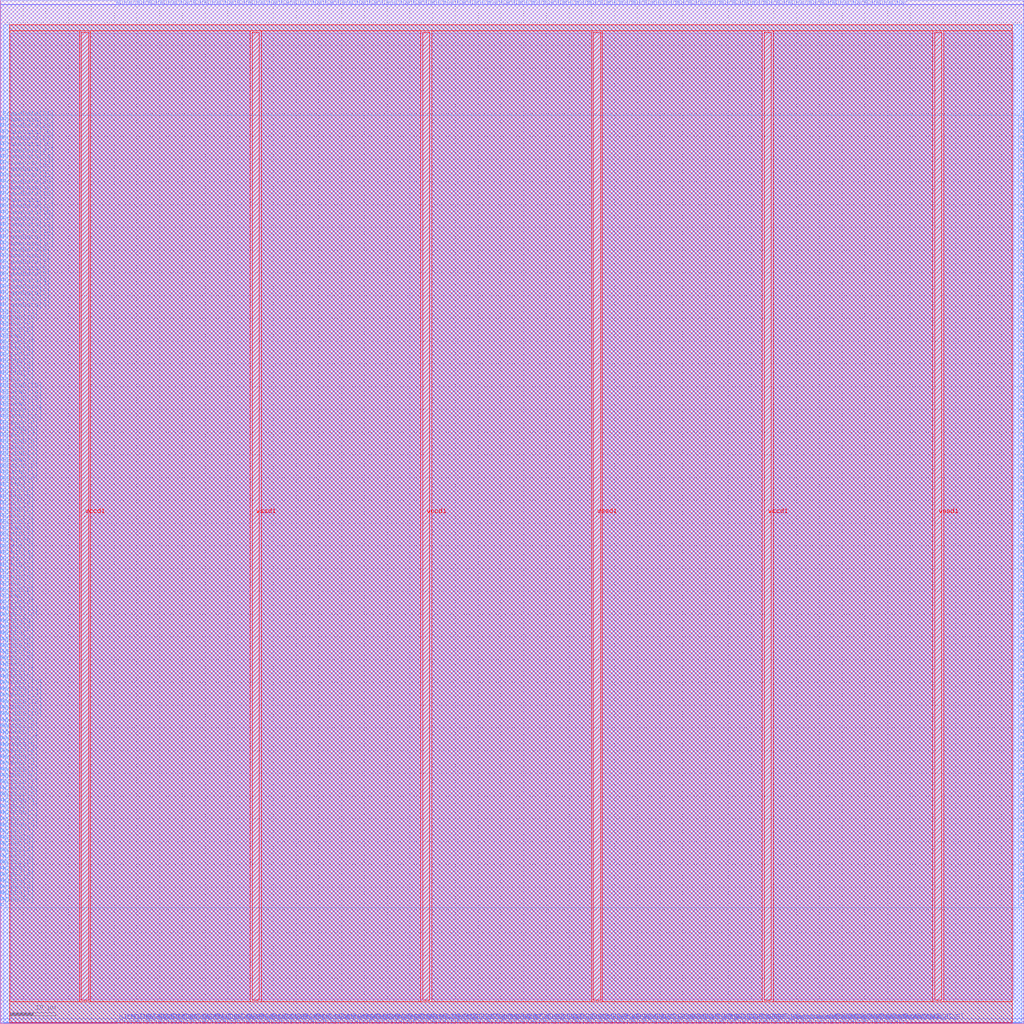
<source format=lef>
VERSION 5.7 ;
  NOWIREEXTENSIONATPIN ON ;
  DIVIDERCHAR "/" ;
  BUSBITCHARS "[]" ;
MACRO LUT4AB
  CLASS BLOCK ;
  FOREIGN LUT4AB ;
  ORIGIN 0.000 0.000 ;
  SIZE 225.000 BY 225.000 ;
  PIN Ci
    DIRECTION INPUT ;
    USE SIGNAL ;
    ANTENNAGATEAREA 0.196500 ;
    PORT
      LAYER met2 ;
        RECT 170.750 0.000 171.030 0.800 ;
    END
  END Ci
  PIN Co
    DIRECTION OUTPUT TRISTATE ;
    USE SIGNAL ;
    ANTENNADIFFAREA 0.795200 ;
    PORT
      LAYER met2 ;
        RECT 170.750 224.200 171.030 225.000 ;
    END
  END Co
  PIN E1BEG[0]
    DIRECTION OUTPUT TRISTATE ;
    USE SIGNAL ;
    ANTENNADIFFAREA 0.795200 ;
    PORT
      LAYER met3 ;
        RECT 224.200 91.160 225.000 91.760 ;
    END
  END E1BEG[0]
  PIN E1BEG[1]
    DIRECTION OUTPUT TRISTATE ;
    USE SIGNAL ;
    ANTENNADIFFAREA 0.445500 ;
    PORT
      LAYER met3 ;
        RECT 224.200 92.520 225.000 93.120 ;
    END
  END E1BEG[1]
  PIN E1BEG[2]
    DIRECTION OUTPUT TRISTATE ;
    USE SIGNAL ;
    ANTENNADIFFAREA 0.445500 ;
    PORT
      LAYER met3 ;
        RECT 224.200 93.880 225.000 94.480 ;
    END
  END E1BEG[2]
  PIN E1BEG[3]
    DIRECTION OUTPUT TRISTATE ;
    USE SIGNAL ;
    ANTENNADIFFAREA 0.795200 ;
    PORT
      LAYER met3 ;
        RECT 224.200 95.240 225.000 95.840 ;
    END
  END E1BEG[3]
  PIN E1END[0]
    DIRECTION INPUT ;
    USE SIGNAL ;
    ANTENNAGATEAREA 0.247500 ;
    PORT
      LAYER met3 ;
        RECT 0.000 91.160 0.800 91.760 ;
    END
  END E1END[0]
  PIN E1END[1]
    DIRECTION INPUT ;
    USE SIGNAL ;
    ANTENNAGATEAREA 0.247500 ;
    PORT
      LAYER met3 ;
        RECT 0.000 92.520 0.800 93.120 ;
    END
  END E1END[1]
  PIN E1END[2]
    DIRECTION INPUT ;
    USE SIGNAL ;
    ANTENNAGATEAREA 0.247500 ;
    PORT
      LAYER met3 ;
        RECT 0.000 93.880 0.800 94.480 ;
    END
  END E1END[2]
  PIN E1END[3]
    DIRECTION INPUT ;
    USE SIGNAL ;
    ANTENNAGATEAREA 0.247500 ;
    PORT
      LAYER met3 ;
        RECT 0.000 95.240 0.800 95.840 ;
    END
  END E1END[3]
  PIN E2BEG[0]
    DIRECTION OUTPUT TRISTATE ;
    USE SIGNAL ;
    ANTENNADIFFAREA 0.795200 ;
    PORT
      LAYER met3 ;
        RECT 224.200 96.600 225.000 97.200 ;
    END
  END E2BEG[0]
  PIN E2BEG[1]
    DIRECTION OUTPUT TRISTATE ;
    USE SIGNAL ;
    ANTENNADIFFAREA 0.795200 ;
    PORT
      LAYER met3 ;
        RECT 224.200 97.960 225.000 98.560 ;
    END
  END E2BEG[1]
  PIN E2BEG[2]
    DIRECTION OUTPUT TRISTATE ;
    USE SIGNAL ;
    ANTENNADIFFAREA 0.795200 ;
    PORT
      LAYER met3 ;
        RECT 224.200 99.320 225.000 99.920 ;
    END
  END E2BEG[2]
  PIN E2BEG[3]
    DIRECTION OUTPUT TRISTATE ;
    USE SIGNAL ;
    ANTENNADIFFAREA 0.445500 ;
    PORT
      LAYER met3 ;
        RECT 224.200 100.680 225.000 101.280 ;
    END
  END E2BEG[3]
  PIN E2BEG[4]
    DIRECTION OUTPUT TRISTATE ;
    USE SIGNAL ;
    ANTENNADIFFAREA 0.795200 ;
    PORT
      LAYER met3 ;
        RECT 224.200 102.040 225.000 102.640 ;
    END
  END E2BEG[4]
  PIN E2BEG[5]
    DIRECTION OUTPUT TRISTATE ;
    USE SIGNAL ;
    ANTENNADIFFAREA 0.795200 ;
    PORT
      LAYER met3 ;
        RECT 224.200 103.400 225.000 104.000 ;
    END
  END E2BEG[5]
  PIN E2BEG[6]
    DIRECTION OUTPUT TRISTATE ;
    USE SIGNAL ;
    ANTENNADIFFAREA 0.795200 ;
    PORT
      LAYER met3 ;
        RECT 224.200 104.760 225.000 105.360 ;
    END
  END E2BEG[6]
  PIN E2BEG[7]
    DIRECTION OUTPUT TRISTATE ;
    USE SIGNAL ;
    ANTENNADIFFAREA 0.445500 ;
    PORT
      LAYER met3 ;
        RECT 224.200 106.120 225.000 106.720 ;
    END
  END E2BEG[7]
  PIN E2BEGb[0]
    DIRECTION OUTPUT TRISTATE ;
    USE SIGNAL ;
    ANTENNADIFFAREA 0.445500 ;
    PORT
      LAYER met3 ;
        RECT 224.200 107.480 225.000 108.080 ;
    END
  END E2BEGb[0]
  PIN E2BEGb[1]
    DIRECTION OUTPUT TRISTATE ;
    USE SIGNAL ;
    ANTENNADIFFAREA 0.795200 ;
    PORT
      LAYER met3 ;
        RECT 224.200 108.840 225.000 109.440 ;
    END
  END E2BEGb[1]
  PIN E2BEGb[2]
    DIRECTION OUTPUT TRISTATE ;
    USE SIGNAL ;
    ANTENNADIFFAREA 0.795200 ;
    PORT
      LAYER met3 ;
        RECT 224.200 110.200 225.000 110.800 ;
    END
  END E2BEGb[2]
  PIN E2BEGb[3]
    DIRECTION OUTPUT TRISTATE ;
    USE SIGNAL ;
    ANTENNADIFFAREA 0.445500 ;
    PORT
      LAYER met3 ;
        RECT 224.200 111.560 225.000 112.160 ;
    END
  END E2BEGb[3]
  PIN E2BEGb[4]
    DIRECTION OUTPUT TRISTATE ;
    USE SIGNAL ;
    ANTENNADIFFAREA 0.445500 ;
    PORT
      LAYER met3 ;
        RECT 224.200 112.920 225.000 113.520 ;
    END
  END E2BEGb[4]
  PIN E2BEGb[5]
    DIRECTION OUTPUT TRISTATE ;
    USE SIGNAL ;
    ANTENNADIFFAREA 0.445500 ;
    PORT
      LAYER met3 ;
        RECT 224.200 114.280 225.000 114.880 ;
    END
  END E2BEGb[5]
  PIN E2BEGb[6]
    DIRECTION OUTPUT TRISTATE ;
    USE SIGNAL ;
    ANTENNADIFFAREA 0.795200 ;
    PORT
      LAYER met3 ;
        RECT 224.200 115.640 225.000 116.240 ;
    END
  END E2BEGb[6]
  PIN E2BEGb[7]
    DIRECTION OUTPUT TRISTATE ;
    USE SIGNAL ;
    ANTENNADIFFAREA 0.795200 ;
    PORT
      LAYER met3 ;
        RECT 224.200 117.000 225.000 117.600 ;
    END
  END E2BEGb[7]
  PIN E2END[0]
    DIRECTION INPUT ;
    USE SIGNAL ;
    ANTENNAGATEAREA 0.213000 ;
    PORT
      LAYER met3 ;
        RECT 0.000 107.480 0.800 108.080 ;
    END
  END E2END[0]
  PIN E2END[1]
    DIRECTION INPUT ;
    USE SIGNAL ;
    ANTENNAGATEAREA 0.213000 ;
    PORT
      LAYER met3 ;
        RECT 0.000 108.840 0.800 109.440 ;
    END
  END E2END[1]
  PIN E2END[2]
    DIRECTION INPUT ;
    USE SIGNAL ;
    ANTENNAGATEAREA 0.159000 ;
    PORT
      LAYER met3 ;
        RECT 0.000 110.200 0.800 110.800 ;
    END
  END E2END[2]
  PIN E2END[3]
    DIRECTION INPUT ;
    USE SIGNAL ;
    ANTENNAGATEAREA 0.159000 ;
    PORT
      LAYER met3 ;
        RECT 0.000 111.560 0.800 112.160 ;
    END
  END E2END[3]
  PIN E2END[4]
    DIRECTION INPUT ;
    USE SIGNAL ;
    ANTENNAGATEAREA 0.213000 ;
    PORT
      LAYER met3 ;
        RECT 0.000 112.920 0.800 113.520 ;
    END
  END E2END[4]
  PIN E2END[5]
    DIRECTION INPUT ;
    USE SIGNAL ;
    ANTENNAGATEAREA 0.159000 ;
    PORT
      LAYER met3 ;
        RECT 0.000 114.280 0.800 114.880 ;
    END
  END E2END[5]
  PIN E2END[6]
    DIRECTION INPUT ;
    USE SIGNAL ;
    ANTENNAGATEAREA 0.159000 ;
    PORT
      LAYER met3 ;
        RECT 0.000 115.640 0.800 116.240 ;
    END
  END E2END[6]
  PIN E2END[7]
    DIRECTION INPUT ;
    USE SIGNAL ;
    ANTENNAGATEAREA 0.159000 ;
    PORT
      LAYER met3 ;
        RECT 0.000 117.000 0.800 117.600 ;
    END
  END E2END[7]
  PIN E2MID[0]
    DIRECTION INPUT ;
    USE SIGNAL ;
    ANTENNAGATEAREA 0.159000 ;
    PORT
      LAYER met3 ;
        RECT 0.000 96.600 0.800 97.200 ;
    END
  END E2MID[0]
  PIN E2MID[1]
    DIRECTION INPUT ;
    USE SIGNAL ;
    ANTENNAGATEAREA 0.213000 ;
    PORT
      LAYER met3 ;
        RECT 0.000 97.960 0.800 98.560 ;
    END
  END E2MID[1]
  PIN E2MID[2]
    DIRECTION INPUT ;
    USE SIGNAL ;
    ANTENNAGATEAREA 0.159000 ;
    PORT
      LAYER met3 ;
        RECT 0.000 99.320 0.800 99.920 ;
    END
  END E2MID[2]
  PIN E2MID[3]
    DIRECTION INPUT ;
    USE SIGNAL ;
    ANTENNAGATEAREA 0.213000 ;
    PORT
      LAYER met3 ;
        RECT 0.000 100.680 0.800 101.280 ;
    END
  END E2MID[3]
  PIN E2MID[4]
    DIRECTION INPUT ;
    USE SIGNAL ;
    ANTENNAGATEAREA 0.213000 ;
    PORT
      LAYER met3 ;
        RECT 0.000 102.040 0.800 102.640 ;
    END
  END E2MID[4]
  PIN E2MID[5]
    DIRECTION INPUT ;
    USE SIGNAL ;
    ANTENNAGATEAREA 0.159000 ;
    PORT
      LAYER met3 ;
        RECT 0.000 103.400 0.800 104.000 ;
    END
  END E2MID[5]
  PIN E2MID[6]
    DIRECTION INPUT ;
    USE SIGNAL ;
    ANTENNAGATEAREA 0.159000 ;
    PORT
      LAYER met3 ;
        RECT 0.000 104.760 0.800 105.360 ;
    END
  END E2MID[6]
  PIN E2MID[7]
    DIRECTION INPUT ;
    USE SIGNAL ;
    ANTENNAGATEAREA 0.159000 ;
    PORT
      LAYER met3 ;
        RECT 0.000 106.120 0.800 106.720 ;
    END
  END E2MID[7]
  PIN E6BEG[0]
    DIRECTION OUTPUT TRISTATE ;
    USE SIGNAL ;
    ANTENNADIFFAREA 0.445500 ;
    PORT
      LAYER met3 ;
        RECT 224.200 140.120 225.000 140.720 ;
    END
  END E6BEG[0]
  PIN E6BEG[10]
    DIRECTION OUTPUT TRISTATE ;
    USE SIGNAL ;
    ANTENNADIFFAREA 0.445500 ;
    PORT
      LAYER met3 ;
        RECT 224.200 153.720 225.000 154.320 ;
    END
  END E6BEG[10]
  PIN E6BEG[11]
    DIRECTION OUTPUT TRISTATE ;
    USE SIGNAL ;
    ANTENNADIFFAREA 0.795200 ;
    PORT
      LAYER met3 ;
        RECT 224.200 155.080 225.000 155.680 ;
    END
  END E6BEG[11]
  PIN E6BEG[1]
    DIRECTION OUTPUT TRISTATE ;
    USE SIGNAL ;
    ANTENNADIFFAREA 0.795200 ;
    PORT
      LAYER met3 ;
        RECT 224.200 141.480 225.000 142.080 ;
    END
  END E6BEG[1]
  PIN E6BEG[2]
    DIRECTION OUTPUT TRISTATE ;
    USE SIGNAL ;
    ANTENNADIFFAREA 0.795200 ;
    PORT
      LAYER met3 ;
        RECT 224.200 142.840 225.000 143.440 ;
    END
  END E6BEG[2]
  PIN E6BEG[3]
    DIRECTION OUTPUT TRISTATE ;
    USE SIGNAL ;
    ANTENNADIFFAREA 0.795200 ;
    PORT
      LAYER met3 ;
        RECT 224.200 144.200 225.000 144.800 ;
    END
  END E6BEG[3]
  PIN E6BEG[4]
    DIRECTION OUTPUT TRISTATE ;
    USE SIGNAL ;
    ANTENNADIFFAREA 0.795200 ;
    PORT
      LAYER met3 ;
        RECT 224.200 145.560 225.000 146.160 ;
    END
  END E6BEG[4]
  PIN E6BEG[5]
    DIRECTION OUTPUT TRISTATE ;
    USE SIGNAL ;
    ANTENNADIFFAREA 0.795200 ;
    PORT
      LAYER met3 ;
        RECT 224.200 146.920 225.000 147.520 ;
    END
  END E6BEG[5]
  PIN E6BEG[6]
    DIRECTION OUTPUT TRISTATE ;
    USE SIGNAL ;
    ANTENNADIFFAREA 0.445500 ;
    PORT
      LAYER met3 ;
        RECT 224.200 148.280 225.000 148.880 ;
    END
  END E6BEG[6]
  PIN E6BEG[7]
    DIRECTION OUTPUT TRISTATE ;
    USE SIGNAL ;
    ANTENNADIFFAREA 0.795200 ;
    PORT
      LAYER met3 ;
        RECT 224.200 149.640 225.000 150.240 ;
    END
  END E6BEG[7]
  PIN E6BEG[8]
    DIRECTION OUTPUT TRISTATE ;
    USE SIGNAL ;
    ANTENNADIFFAREA 0.795200 ;
    PORT
      LAYER met3 ;
        RECT 224.200 151.000 225.000 151.600 ;
    END
  END E6BEG[8]
  PIN E6BEG[9]
    DIRECTION OUTPUT TRISTATE ;
    USE SIGNAL ;
    ANTENNADIFFAREA 0.795200 ;
    PORT
      LAYER met3 ;
        RECT 224.200 152.360 225.000 152.960 ;
    END
  END E6BEG[9]
  PIN E6END[0]
    DIRECTION INPUT ;
    USE SIGNAL ;
    ANTENNAGATEAREA 0.247500 ;
    PORT
      LAYER met3 ;
        RECT 0.000 140.120 0.800 140.720 ;
    END
  END E6END[0]
  PIN E6END[10]
    DIRECTION INPUT ;
    USE SIGNAL ;
    ANTENNAGATEAREA 0.196500 ;
    PORT
      LAYER met3 ;
        RECT 0.000 153.720 0.800 154.320 ;
    END
  END E6END[10]
  PIN E6END[11]
    DIRECTION INPUT ;
    USE SIGNAL ;
    ANTENNAGATEAREA 0.196500 ;
    PORT
      LAYER met3 ;
        RECT 0.000 155.080 0.800 155.680 ;
    END
  END E6END[11]
  PIN E6END[1]
    DIRECTION INPUT ;
    USE SIGNAL ;
    ANTENNAGATEAREA 0.247500 ;
    PORT
      LAYER met3 ;
        RECT 0.000 141.480 0.800 142.080 ;
    END
  END E6END[1]
  PIN E6END[2]
    DIRECTION INPUT ;
    USE SIGNAL ;
    ANTENNAGATEAREA 0.196500 ;
    PORT
      LAYER met3 ;
        RECT 0.000 142.840 0.800 143.440 ;
    END
  END E6END[2]
  PIN E6END[3]
    DIRECTION INPUT ;
    USE SIGNAL ;
    ANTENNAGATEAREA 0.196500 ;
    PORT
      LAYER met3 ;
        RECT 0.000 144.200 0.800 144.800 ;
    END
  END E6END[3]
  PIN E6END[4]
    DIRECTION INPUT ;
    USE SIGNAL ;
    ANTENNAGATEAREA 0.196500 ;
    PORT
      LAYER met3 ;
        RECT 0.000 145.560 0.800 146.160 ;
    END
  END E6END[4]
  PIN E6END[5]
    DIRECTION INPUT ;
    USE SIGNAL ;
    ANTENNAGATEAREA 0.196500 ;
    PORT
      LAYER met3 ;
        RECT 0.000 146.920 0.800 147.520 ;
    END
  END E6END[5]
  PIN E6END[6]
    DIRECTION INPUT ;
    USE SIGNAL ;
    ANTENNAGATEAREA 0.196500 ;
    PORT
      LAYER met3 ;
        RECT 0.000 148.280 0.800 148.880 ;
    END
  END E6END[6]
  PIN E6END[7]
    DIRECTION INPUT ;
    USE SIGNAL ;
    ANTENNAGATEAREA 0.196500 ;
    PORT
      LAYER met3 ;
        RECT 0.000 149.640 0.800 150.240 ;
    END
  END E6END[7]
  PIN E6END[8]
    DIRECTION INPUT ;
    USE SIGNAL ;
    ANTENNAGATEAREA 0.196500 ;
    PORT
      LAYER met3 ;
        RECT 0.000 151.000 0.800 151.600 ;
    END
  END E6END[8]
  PIN E6END[9]
    DIRECTION INPUT ;
    USE SIGNAL ;
    ANTENNAGATEAREA 0.196500 ;
    PORT
      LAYER met3 ;
        RECT 0.000 152.360 0.800 152.960 ;
    END
  END E6END[9]
  PIN EE4BEG[0]
    DIRECTION OUTPUT TRISTATE ;
    USE SIGNAL ;
    ANTENNADIFFAREA 0.795200 ;
    PORT
      LAYER met3 ;
        RECT 224.200 118.360 225.000 118.960 ;
    END
  END EE4BEG[0]
  PIN EE4BEG[10]
    DIRECTION OUTPUT TRISTATE ;
    USE SIGNAL ;
    ANTENNADIFFAREA 0.795200 ;
    PORT
      LAYER met3 ;
        RECT 224.200 131.960 225.000 132.560 ;
    END
  END EE4BEG[10]
  PIN EE4BEG[11]
    DIRECTION OUTPUT TRISTATE ;
    USE SIGNAL ;
    ANTENNADIFFAREA 0.445500 ;
    PORT
      LAYER met3 ;
        RECT 224.200 133.320 225.000 133.920 ;
    END
  END EE4BEG[11]
  PIN EE4BEG[12]
    DIRECTION OUTPUT TRISTATE ;
    USE SIGNAL ;
    ANTENNADIFFAREA 0.795200 ;
    PORT
      LAYER met3 ;
        RECT 224.200 134.680 225.000 135.280 ;
    END
  END EE4BEG[12]
  PIN EE4BEG[13]
    DIRECTION OUTPUT TRISTATE ;
    USE SIGNAL ;
    ANTENNADIFFAREA 0.445500 ;
    PORT
      LAYER met3 ;
        RECT 224.200 136.040 225.000 136.640 ;
    END
  END EE4BEG[13]
  PIN EE4BEG[14]
    DIRECTION OUTPUT TRISTATE ;
    USE SIGNAL ;
    ANTENNADIFFAREA 0.795200 ;
    PORT
      LAYER met3 ;
        RECT 224.200 137.400 225.000 138.000 ;
    END
  END EE4BEG[14]
  PIN EE4BEG[15]
    DIRECTION OUTPUT TRISTATE ;
    USE SIGNAL ;
    ANTENNADIFFAREA 0.795200 ;
    PORT
      LAYER met3 ;
        RECT 224.200 138.760 225.000 139.360 ;
    END
  END EE4BEG[15]
  PIN EE4BEG[1]
    DIRECTION OUTPUT TRISTATE ;
    USE SIGNAL ;
    ANTENNADIFFAREA 0.445500 ;
    PORT
      LAYER met3 ;
        RECT 224.200 119.720 225.000 120.320 ;
    END
  END EE4BEG[1]
  PIN EE4BEG[2]
    DIRECTION OUTPUT TRISTATE ;
    USE SIGNAL ;
    ANTENNADIFFAREA 0.795200 ;
    PORT
      LAYER met3 ;
        RECT 224.200 121.080 225.000 121.680 ;
    END
  END EE4BEG[2]
  PIN EE4BEG[3]
    DIRECTION OUTPUT TRISTATE ;
    USE SIGNAL ;
    ANTENNADIFFAREA 0.795200 ;
    PORT
      LAYER met3 ;
        RECT 224.200 122.440 225.000 123.040 ;
    END
  END EE4BEG[3]
  PIN EE4BEG[4]
    DIRECTION OUTPUT TRISTATE ;
    USE SIGNAL ;
    ANTENNADIFFAREA 0.795200 ;
    PORT
      LAYER met3 ;
        RECT 224.200 123.800 225.000 124.400 ;
    END
  END EE4BEG[4]
  PIN EE4BEG[5]
    DIRECTION OUTPUT TRISTATE ;
    USE SIGNAL ;
    ANTENNADIFFAREA 0.795200 ;
    PORT
      LAYER met3 ;
        RECT 224.200 125.160 225.000 125.760 ;
    END
  END EE4BEG[5]
  PIN EE4BEG[6]
    DIRECTION OUTPUT TRISTATE ;
    USE SIGNAL ;
    ANTENNADIFFAREA 0.795200 ;
    PORT
      LAYER met3 ;
        RECT 224.200 126.520 225.000 127.120 ;
    END
  END EE4BEG[6]
  PIN EE4BEG[7]
    DIRECTION OUTPUT TRISTATE ;
    USE SIGNAL ;
    ANTENNADIFFAREA 0.445500 ;
    PORT
      LAYER met3 ;
        RECT 224.200 127.880 225.000 128.480 ;
    END
  END EE4BEG[7]
  PIN EE4BEG[8]
    DIRECTION OUTPUT TRISTATE ;
    USE SIGNAL ;
    ANTENNADIFFAREA 0.795200 ;
    PORT
      LAYER met3 ;
        RECT 224.200 129.240 225.000 129.840 ;
    END
  END EE4BEG[8]
  PIN EE4BEG[9]
    DIRECTION OUTPUT TRISTATE ;
    USE SIGNAL ;
    ANTENNADIFFAREA 0.795200 ;
    PORT
      LAYER met3 ;
        RECT 224.200 130.600 225.000 131.200 ;
    END
  END EE4BEG[9]
  PIN EE4END[0]
    DIRECTION INPUT ;
    USE SIGNAL ;
    ANTENNAGATEAREA 0.159000 ;
    PORT
      LAYER met3 ;
        RECT 0.000 118.360 0.800 118.960 ;
    END
  END EE4END[0]
  PIN EE4END[10]
    DIRECTION INPUT ;
    USE SIGNAL ;
    ANTENNAGATEAREA 0.196500 ;
    PORT
      LAYER met3 ;
        RECT 0.000 131.960 0.800 132.560 ;
    END
  END EE4END[10]
  PIN EE4END[11]
    DIRECTION INPUT ;
    USE SIGNAL ;
    ANTENNAGATEAREA 0.196500 ;
    PORT
      LAYER met3 ;
        RECT 0.000 133.320 0.800 133.920 ;
    END
  END EE4END[11]
  PIN EE4END[12]
    DIRECTION INPUT ;
    USE SIGNAL ;
    ANTENNAGATEAREA 0.196500 ;
    PORT
      LAYER met3 ;
        RECT 0.000 134.680 0.800 135.280 ;
    END
  END EE4END[12]
  PIN EE4END[13]
    DIRECTION INPUT ;
    USE SIGNAL ;
    ANTENNAGATEAREA 0.196500 ;
    PORT
      LAYER met3 ;
        RECT 0.000 136.040 0.800 136.640 ;
    END
  END EE4END[13]
  PIN EE4END[14]
    DIRECTION INPUT ;
    USE SIGNAL ;
    ANTENNAGATEAREA 0.196500 ;
    PORT
      LAYER met3 ;
        RECT 0.000 137.400 0.800 138.000 ;
    END
  END EE4END[14]
  PIN EE4END[15]
    DIRECTION INPUT ;
    USE SIGNAL ;
    ANTENNAGATEAREA 0.196500 ;
    PORT
      LAYER met3 ;
        RECT 0.000 138.760 0.800 139.360 ;
    END
  END EE4END[15]
  PIN EE4END[1]
    DIRECTION INPUT ;
    USE SIGNAL ;
    ANTENNAGATEAREA 0.213000 ;
    PORT
      LAYER met3 ;
        RECT 0.000 119.720 0.800 120.320 ;
    END
  END EE4END[1]
  PIN EE4END[2]
    DIRECTION INPUT ;
    USE SIGNAL ;
    ANTENNAGATEAREA 0.213000 ;
    PORT
      LAYER met3 ;
        RECT 0.000 121.080 0.800 121.680 ;
    END
  END EE4END[2]
  PIN EE4END[3]
    DIRECTION INPUT ;
    USE SIGNAL ;
    ANTENNAGATEAREA 0.159000 ;
    PORT
      LAYER met3 ;
        RECT 0.000 122.440 0.800 123.040 ;
    END
  END EE4END[3]
  PIN EE4END[4]
    DIRECTION INPUT ;
    USE SIGNAL ;
    ANTENNAGATEAREA 0.196500 ;
    PORT
      LAYER met3 ;
        RECT 0.000 123.800 0.800 124.400 ;
    END
  END EE4END[4]
  PIN EE4END[5]
    DIRECTION INPUT ;
    USE SIGNAL ;
    ANTENNAGATEAREA 0.196500 ;
    PORT
      LAYER met3 ;
        RECT 0.000 125.160 0.800 125.760 ;
    END
  END EE4END[5]
  PIN EE4END[6]
    DIRECTION INPUT ;
    USE SIGNAL ;
    ANTENNAGATEAREA 0.196500 ;
    PORT
      LAYER met3 ;
        RECT 0.000 126.520 0.800 127.120 ;
    END
  END EE4END[6]
  PIN EE4END[7]
    DIRECTION INPUT ;
    USE SIGNAL ;
    ANTENNAGATEAREA 0.196500 ;
    PORT
      LAYER met3 ;
        RECT 0.000 127.880 0.800 128.480 ;
    END
  END EE4END[7]
  PIN EE4END[8]
    DIRECTION INPUT ;
    USE SIGNAL ;
    ANTENNAGATEAREA 0.196500 ;
    PORT
      LAYER met3 ;
        RECT 0.000 129.240 0.800 129.840 ;
    END
  END EE4END[8]
  PIN EE4END[9]
    DIRECTION INPUT ;
    USE SIGNAL ;
    ANTENNAGATEAREA 0.196500 ;
    PORT
      LAYER met3 ;
        RECT 0.000 130.600 0.800 131.200 ;
    END
  END EE4END[9]
  PIN FrameData[0]
    DIRECTION INPUT ;
    USE SIGNAL ;
    ANTENNAGATEAREA 0.495000 ;
    PORT
      LAYER met3 ;
        RECT 0.000 156.440 0.800 157.040 ;
    END
  END FrameData[0]
  PIN FrameData[10]
    DIRECTION INPUT ;
    USE SIGNAL ;
    ANTENNAGATEAREA 0.742500 ;
    PORT
      LAYER met3 ;
        RECT 0.000 170.040 0.800 170.640 ;
    END
  END FrameData[10]
  PIN FrameData[11]
    DIRECTION INPUT ;
    USE SIGNAL ;
    ANTENNAGATEAREA 0.742500 ;
    PORT
      LAYER met3 ;
        RECT 0.000 171.400 0.800 172.000 ;
    END
  END FrameData[11]
  PIN FrameData[12]
    DIRECTION INPUT ;
    USE SIGNAL ;
    ANTENNAGATEAREA 0.742500 ;
    PORT
      LAYER met3 ;
        RECT 0.000 172.760 0.800 173.360 ;
    END
  END FrameData[12]
  PIN FrameData[13]
    DIRECTION INPUT ;
    USE SIGNAL ;
    ANTENNAGATEAREA 0.742500 ;
    PORT
      LAYER met3 ;
        RECT 0.000 174.120 0.800 174.720 ;
    END
  END FrameData[13]
  PIN FrameData[14]
    DIRECTION INPUT ;
    USE SIGNAL ;
    ANTENNAGATEAREA 0.742500 ;
    PORT
      LAYER met3 ;
        RECT 0.000 175.480 0.800 176.080 ;
    END
  END FrameData[14]
  PIN FrameData[15]
    DIRECTION INPUT ;
    USE SIGNAL ;
    ANTENNAGATEAREA 0.742500 ;
    PORT
      LAYER met3 ;
        RECT 0.000 176.840 0.800 177.440 ;
    END
  END FrameData[15]
  PIN FrameData[16]
    DIRECTION INPUT ;
    USE SIGNAL ;
    ANTENNAGATEAREA 0.742500 ;
    PORT
      LAYER met3 ;
        RECT 0.000 178.200 0.800 178.800 ;
    END
  END FrameData[16]
  PIN FrameData[17]
    DIRECTION INPUT ;
    USE SIGNAL ;
    ANTENNAGATEAREA 0.742500 ;
    PORT
      LAYER met3 ;
        RECT 0.000 179.560 0.800 180.160 ;
    END
  END FrameData[17]
  PIN FrameData[18]
    DIRECTION INPUT ;
    USE SIGNAL ;
    ANTENNAGATEAREA 0.742500 ;
    PORT
      LAYER met3 ;
        RECT 0.000 180.920 0.800 181.520 ;
    END
  END FrameData[18]
  PIN FrameData[19]
    DIRECTION INPUT ;
    USE SIGNAL ;
    ANTENNAGATEAREA 0.742500 ;
    PORT
      LAYER met3 ;
        RECT 0.000 182.280 0.800 182.880 ;
    END
  END FrameData[19]
  PIN FrameData[1]
    DIRECTION INPUT ;
    USE SIGNAL ;
    ANTENNAGATEAREA 0.742500 ;
    PORT
      LAYER met3 ;
        RECT 0.000 157.800 0.800 158.400 ;
    END
  END FrameData[1]
  PIN FrameData[20]
    DIRECTION INPUT ;
    USE SIGNAL ;
    ANTENNAGATEAREA 0.742500 ;
    PORT
      LAYER met3 ;
        RECT 0.000 183.640 0.800 184.240 ;
    END
  END FrameData[20]
  PIN FrameData[21]
    DIRECTION INPUT ;
    USE SIGNAL ;
    ANTENNAGATEAREA 0.742500 ;
    PORT
      LAYER met3 ;
        RECT 0.000 185.000 0.800 185.600 ;
    END
  END FrameData[21]
  PIN FrameData[22]
    DIRECTION INPUT ;
    USE SIGNAL ;
    ANTENNAGATEAREA 0.742500 ;
    PORT
      LAYER met3 ;
        RECT 0.000 186.360 0.800 186.960 ;
    END
  END FrameData[22]
  PIN FrameData[23]
    DIRECTION INPUT ;
    USE SIGNAL ;
    ANTENNAGATEAREA 0.742500 ;
    PORT
      LAYER met3 ;
        RECT 0.000 187.720 0.800 188.320 ;
    END
  END FrameData[23]
  PIN FrameData[24]
    DIRECTION INPUT ;
    USE SIGNAL ;
    ANTENNAGATEAREA 0.852000 ;
    PORT
      LAYER met3 ;
        RECT 0.000 189.080 0.800 189.680 ;
    END
  END FrameData[24]
  PIN FrameData[25]
    DIRECTION INPUT ;
    USE SIGNAL ;
    ANTENNAGATEAREA 0.742500 ;
    PORT
      LAYER met3 ;
        RECT 0.000 190.440 0.800 191.040 ;
    END
  END FrameData[25]
  PIN FrameData[26]
    DIRECTION INPUT ;
    USE SIGNAL ;
    ANTENNAGATEAREA 0.742500 ;
    PORT
      LAYER met3 ;
        RECT 0.000 191.800 0.800 192.400 ;
    END
  END FrameData[26]
  PIN FrameData[27]
    DIRECTION INPUT ;
    USE SIGNAL ;
    ANTENNAGATEAREA 0.742500 ;
    PORT
      LAYER met3 ;
        RECT 0.000 193.160 0.800 193.760 ;
    END
  END FrameData[27]
  PIN FrameData[28]
    DIRECTION INPUT ;
    USE SIGNAL ;
    ANTENNAGATEAREA 0.742500 ;
    PORT
      LAYER met3 ;
        RECT 0.000 194.520 0.800 195.120 ;
    END
  END FrameData[28]
  PIN FrameData[29]
    DIRECTION INPUT ;
    USE SIGNAL ;
    ANTENNAGATEAREA 0.742500 ;
    PORT
      LAYER met3 ;
        RECT 0.000 195.880 0.800 196.480 ;
    END
  END FrameData[29]
  PIN FrameData[2]
    DIRECTION INPUT ;
    USE SIGNAL ;
    ANTENNAGATEAREA 0.742500 ;
    PORT
      LAYER met3 ;
        RECT 0.000 159.160 0.800 159.760 ;
    END
  END FrameData[2]
  PIN FrameData[30]
    DIRECTION INPUT ;
    USE SIGNAL ;
    ANTENNAGATEAREA 0.742500 ;
    PORT
      LAYER met3 ;
        RECT 0.000 197.240 0.800 197.840 ;
    END
  END FrameData[30]
  PIN FrameData[31]
    DIRECTION INPUT ;
    USE SIGNAL ;
    ANTENNAGATEAREA 0.742500 ;
    PORT
      LAYER met3 ;
        RECT 0.000 198.600 0.800 199.200 ;
    END
  END FrameData[31]
  PIN FrameData[3]
    DIRECTION INPUT ;
    USE SIGNAL ;
    ANTENNAGATEAREA 0.742500 ;
    PORT
      LAYER met3 ;
        RECT 0.000 160.520 0.800 161.120 ;
    END
  END FrameData[3]
  PIN FrameData[4]
    DIRECTION INPUT ;
    USE SIGNAL ;
    ANTENNAGATEAREA 0.742500 ;
    PORT
      LAYER met3 ;
        RECT 0.000 161.880 0.800 162.480 ;
    END
  END FrameData[4]
  PIN FrameData[5]
    DIRECTION INPUT ;
    USE SIGNAL ;
    ANTENNAGATEAREA 0.852000 ;
    PORT
      LAYER met3 ;
        RECT 0.000 163.240 0.800 163.840 ;
    END
  END FrameData[5]
  PIN FrameData[6]
    DIRECTION INPUT ;
    USE SIGNAL ;
    ANTENNAGATEAREA 0.742500 ;
    PORT
      LAYER met3 ;
        RECT 0.000 164.600 0.800 165.200 ;
    END
  END FrameData[6]
  PIN FrameData[7]
    DIRECTION INPUT ;
    USE SIGNAL ;
    ANTENNAGATEAREA 0.742500 ;
    PORT
      LAYER met3 ;
        RECT 0.000 165.960 0.800 166.560 ;
    END
  END FrameData[7]
  PIN FrameData[8]
    DIRECTION INPUT ;
    USE SIGNAL ;
    ANTENNAGATEAREA 0.742500 ;
    PORT
      LAYER met3 ;
        RECT 0.000 167.320 0.800 167.920 ;
    END
  END FrameData[8]
  PIN FrameData[9]
    DIRECTION INPUT ;
    USE SIGNAL ;
    ANTENNAGATEAREA 0.742500 ;
    PORT
      LAYER met3 ;
        RECT 0.000 168.680 0.800 169.280 ;
    END
  END FrameData[9]
  PIN FrameData_O[0]
    DIRECTION OUTPUT TRISTATE ;
    USE SIGNAL ;
    ANTENNADIFFAREA 0.795200 ;
    PORT
      LAYER met3 ;
        RECT 224.200 156.440 225.000 157.040 ;
    END
  END FrameData_O[0]
  PIN FrameData_O[10]
    DIRECTION OUTPUT TRISTATE ;
    USE SIGNAL ;
    ANTENNADIFFAREA 0.795200 ;
    PORT
      LAYER met3 ;
        RECT 224.200 170.040 225.000 170.640 ;
    END
  END FrameData_O[10]
  PIN FrameData_O[11]
    DIRECTION OUTPUT TRISTATE ;
    USE SIGNAL ;
    ANTENNADIFFAREA 0.795200 ;
    PORT
      LAYER met3 ;
        RECT 224.200 171.400 225.000 172.000 ;
    END
  END FrameData_O[11]
  PIN FrameData_O[12]
    DIRECTION OUTPUT TRISTATE ;
    USE SIGNAL ;
    ANTENNADIFFAREA 0.795200 ;
    PORT
      LAYER met3 ;
        RECT 224.200 172.760 225.000 173.360 ;
    END
  END FrameData_O[12]
  PIN FrameData_O[13]
    DIRECTION OUTPUT TRISTATE ;
    USE SIGNAL ;
    ANTENNADIFFAREA 0.795200 ;
    PORT
      LAYER met3 ;
        RECT 224.200 174.120 225.000 174.720 ;
    END
  END FrameData_O[13]
  PIN FrameData_O[14]
    DIRECTION OUTPUT TRISTATE ;
    USE SIGNAL ;
    ANTENNADIFFAREA 0.445500 ;
    PORT
      LAYER met3 ;
        RECT 224.200 175.480 225.000 176.080 ;
    END
  END FrameData_O[14]
  PIN FrameData_O[15]
    DIRECTION OUTPUT TRISTATE ;
    USE SIGNAL ;
    ANTENNADIFFAREA 0.795200 ;
    PORT
      LAYER met3 ;
        RECT 224.200 176.840 225.000 177.440 ;
    END
  END FrameData_O[15]
  PIN FrameData_O[16]
    DIRECTION OUTPUT TRISTATE ;
    USE SIGNAL ;
    ANTENNADIFFAREA 0.795200 ;
    PORT
      LAYER met3 ;
        RECT 224.200 178.200 225.000 178.800 ;
    END
  END FrameData_O[16]
  PIN FrameData_O[17]
    DIRECTION OUTPUT TRISTATE ;
    USE SIGNAL ;
    ANTENNADIFFAREA 0.795200 ;
    PORT
      LAYER met3 ;
        RECT 224.200 179.560 225.000 180.160 ;
    END
  END FrameData_O[17]
  PIN FrameData_O[18]
    DIRECTION OUTPUT TRISTATE ;
    USE SIGNAL ;
    ANTENNADIFFAREA 0.445500 ;
    PORT
      LAYER met3 ;
        RECT 224.200 180.920 225.000 181.520 ;
    END
  END FrameData_O[18]
  PIN FrameData_O[19]
    DIRECTION OUTPUT TRISTATE ;
    USE SIGNAL ;
    ANTENNADIFFAREA 0.795200 ;
    PORT
      LAYER met3 ;
        RECT 224.200 182.280 225.000 182.880 ;
    END
  END FrameData_O[19]
  PIN FrameData_O[1]
    DIRECTION OUTPUT TRISTATE ;
    USE SIGNAL ;
    ANTENNADIFFAREA 0.795200 ;
    PORT
      LAYER met3 ;
        RECT 224.200 157.800 225.000 158.400 ;
    END
  END FrameData_O[1]
  PIN FrameData_O[20]
    DIRECTION OUTPUT TRISTATE ;
    USE SIGNAL ;
    ANTENNADIFFAREA 0.445500 ;
    PORT
      LAYER met3 ;
        RECT 224.200 183.640 225.000 184.240 ;
    END
  END FrameData_O[20]
  PIN FrameData_O[21]
    DIRECTION OUTPUT TRISTATE ;
    USE SIGNAL ;
    ANTENNADIFFAREA 0.795200 ;
    PORT
      LAYER met3 ;
        RECT 224.200 185.000 225.000 185.600 ;
    END
  END FrameData_O[21]
  PIN FrameData_O[22]
    DIRECTION OUTPUT TRISTATE ;
    USE SIGNAL ;
    ANTENNADIFFAREA 0.445500 ;
    PORT
      LAYER met3 ;
        RECT 224.200 186.360 225.000 186.960 ;
    END
  END FrameData_O[22]
  PIN FrameData_O[23]
    DIRECTION OUTPUT TRISTATE ;
    USE SIGNAL ;
    ANTENNADIFFAREA 0.795200 ;
    PORT
      LAYER met3 ;
        RECT 224.200 187.720 225.000 188.320 ;
    END
  END FrameData_O[23]
  PIN FrameData_O[24]
    DIRECTION OUTPUT TRISTATE ;
    USE SIGNAL ;
    ANTENNADIFFAREA 0.445500 ;
    PORT
      LAYER met3 ;
        RECT 224.200 189.080 225.000 189.680 ;
    END
  END FrameData_O[24]
  PIN FrameData_O[25]
    DIRECTION OUTPUT TRISTATE ;
    USE SIGNAL ;
    ANTENNADIFFAREA 0.795200 ;
    PORT
      LAYER met3 ;
        RECT 224.200 190.440 225.000 191.040 ;
    END
  END FrameData_O[25]
  PIN FrameData_O[26]
    DIRECTION OUTPUT TRISTATE ;
    USE SIGNAL ;
    ANTENNADIFFAREA 0.795200 ;
    PORT
      LAYER met3 ;
        RECT 224.200 191.800 225.000 192.400 ;
    END
  END FrameData_O[26]
  PIN FrameData_O[27]
    DIRECTION OUTPUT TRISTATE ;
    USE SIGNAL ;
    ANTENNADIFFAREA 0.795200 ;
    PORT
      LAYER met3 ;
        RECT 224.200 193.160 225.000 193.760 ;
    END
  END FrameData_O[27]
  PIN FrameData_O[28]
    DIRECTION OUTPUT TRISTATE ;
    USE SIGNAL ;
    ANTENNADIFFAREA 0.445500 ;
    PORT
      LAYER met3 ;
        RECT 224.200 194.520 225.000 195.120 ;
    END
  END FrameData_O[28]
  PIN FrameData_O[29]
    DIRECTION OUTPUT TRISTATE ;
    USE SIGNAL ;
    ANTENNADIFFAREA 0.795200 ;
    PORT
      LAYER met3 ;
        RECT 224.200 195.880 225.000 196.480 ;
    END
  END FrameData_O[29]
  PIN FrameData_O[2]
    DIRECTION OUTPUT TRISTATE ;
    USE SIGNAL ;
    ANTENNADIFFAREA 0.445500 ;
    PORT
      LAYER met3 ;
        RECT 224.200 159.160 225.000 159.760 ;
    END
  END FrameData_O[2]
  PIN FrameData_O[30]
    DIRECTION OUTPUT TRISTATE ;
    USE SIGNAL ;
    ANTENNADIFFAREA 0.795200 ;
    PORT
      LAYER met3 ;
        RECT 224.200 197.240 225.000 197.840 ;
    END
  END FrameData_O[30]
  PIN FrameData_O[31]
    DIRECTION OUTPUT TRISTATE ;
    USE SIGNAL ;
    ANTENNADIFFAREA 0.795200 ;
    PORT
      LAYER met3 ;
        RECT 224.200 198.600 225.000 199.200 ;
    END
  END FrameData_O[31]
  PIN FrameData_O[3]
    DIRECTION OUTPUT TRISTATE ;
    USE SIGNAL ;
    ANTENNADIFFAREA 0.795200 ;
    PORT
      LAYER met3 ;
        RECT 224.200 160.520 225.000 161.120 ;
    END
  END FrameData_O[3]
  PIN FrameData_O[4]
    DIRECTION OUTPUT TRISTATE ;
    USE SIGNAL ;
    ANTENNADIFFAREA 0.445500 ;
    PORT
      LAYER met3 ;
        RECT 224.200 161.880 225.000 162.480 ;
    END
  END FrameData_O[4]
  PIN FrameData_O[5]
    DIRECTION OUTPUT TRISTATE ;
    USE SIGNAL ;
    ANTENNADIFFAREA 0.795200 ;
    PORT
      LAYER met3 ;
        RECT 224.200 163.240 225.000 163.840 ;
    END
  END FrameData_O[5]
  PIN FrameData_O[6]
    DIRECTION OUTPUT TRISTATE ;
    USE SIGNAL ;
    ANTENNADIFFAREA 0.795200 ;
    PORT
      LAYER met3 ;
        RECT 224.200 164.600 225.000 165.200 ;
    END
  END FrameData_O[6]
  PIN FrameData_O[7]
    DIRECTION OUTPUT TRISTATE ;
    USE SIGNAL ;
    ANTENNADIFFAREA 0.795200 ;
    PORT
      LAYER met3 ;
        RECT 224.200 165.960 225.000 166.560 ;
    END
  END FrameData_O[7]
  PIN FrameData_O[8]
    DIRECTION OUTPUT TRISTATE ;
    USE SIGNAL ;
    ANTENNADIFFAREA 0.445500 ;
    PORT
      LAYER met3 ;
        RECT 224.200 167.320 225.000 167.920 ;
    END
  END FrameData_O[8]
  PIN FrameData_O[9]
    DIRECTION OUTPUT TRISTATE ;
    USE SIGNAL ;
    ANTENNADIFFAREA 0.795200 ;
    PORT
      LAYER met3 ;
        RECT 224.200 168.680 225.000 169.280 ;
    END
  END FrameData_O[9]
  PIN FrameStrobe[0]
    DIRECTION INPUT ;
    USE SIGNAL ;
    ANTENNAGATEAREA 0.742500 ;
    PORT
      LAYER met2 ;
        RECT 172.130 0.000 172.410 0.800 ;
    END
  END FrameStrobe[0]
  PIN FrameStrobe[10]
    DIRECTION INPUT ;
    USE SIGNAL ;
    ANTENNAGATEAREA 0.990000 ;
    PORT
      LAYER met2 ;
        RECT 185.930 0.000 186.210 0.800 ;
    END
  END FrameStrobe[10]
  PIN FrameStrobe[11]
    DIRECTION INPUT ;
    USE SIGNAL ;
    ANTENNAGATEAREA 0.852000 ;
    PORT
      LAYER met2 ;
        RECT 187.310 0.000 187.590 0.800 ;
    END
  END FrameStrobe[11]
  PIN FrameStrobe[12]
    DIRECTION INPUT ;
    USE SIGNAL ;
    ANTENNAGATEAREA 0.852000 ;
    PORT
      LAYER met2 ;
        RECT 188.690 0.000 188.970 0.800 ;
    END
  END FrameStrobe[12]
  PIN FrameStrobe[13]
    DIRECTION INPUT ;
    USE SIGNAL ;
    ANTENNAGATEAREA 0.852000 ;
    PORT
      LAYER met2 ;
        RECT 190.070 0.000 190.350 0.800 ;
    END
  END FrameStrobe[13]
  PIN FrameStrobe[14]
    DIRECTION INPUT ;
    USE SIGNAL ;
    ANTENNAGATEAREA 0.742500 ;
    PORT
      LAYER met2 ;
        RECT 191.450 0.000 191.730 0.800 ;
    END
  END FrameStrobe[14]
  PIN FrameStrobe[15]
    DIRECTION INPUT ;
    USE SIGNAL ;
    ANTENNAGATEAREA 0.742500 ;
    PORT
      LAYER met2 ;
        RECT 192.830 0.000 193.110 0.800 ;
    END
  END FrameStrobe[15]
  PIN FrameStrobe[16]
    DIRECTION INPUT ;
    USE SIGNAL ;
    ANTENNAGATEAREA 0.742500 ;
    PORT
      LAYER met2 ;
        RECT 194.210 0.000 194.490 0.800 ;
    END
  END FrameStrobe[16]
  PIN FrameStrobe[17]
    DIRECTION INPUT ;
    USE SIGNAL ;
    ANTENNAGATEAREA 0.742500 ;
    PORT
      LAYER met2 ;
        RECT 195.590 0.000 195.870 0.800 ;
    END
  END FrameStrobe[17]
  PIN FrameStrobe[18]
    DIRECTION INPUT ;
    USE SIGNAL ;
    ANTENNAGATEAREA 0.742500 ;
    PORT
      LAYER met2 ;
        RECT 196.970 0.000 197.250 0.800 ;
    END
  END FrameStrobe[18]
  PIN FrameStrobe[19]
    DIRECTION INPUT ;
    USE SIGNAL ;
    ANTENNAGATEAREA 0.742500 ;
    PORT
      LAYER met2 ;
        RECT 198.350 0.000 198.630 0.800 ;
    END
  END FrameStrobe[19]
  PIN FrameStrobe[1]
    DIRECTION INPUT ;
    USE SIGNAL ;
    ANTENNAGATEAREA 0.852000 ;
    PORT
      LAYER met2 ;
        RECT 173.510 0.000 173.790 0.800 ;
    END
  END FrameStrobe[1]
  PIN FrameStrobe[2]
    DIRECTION INPUT ;
    USE SIGNAL ;
    ANTENNAGATEAREA 0.852000 ;
    PORT
      LAYER met2 ;
        RECT 174.890 0.000 175.170 0.800 ;
    END
  END FrameStrobe[2]
  PIN FrameStrobe[3]
    DIRECTION INPUT ;
    USE SIGNAL ;
    ANTENNAGATEAREA 0.852000 ;
    PORT
      LAYER met2 ;
        RECT 176.270 0.000 176.550 0.800 ;
    END
  END FrameStrobe[3]
  PIN FrameStrobe[4]
    DIRECTION INPUT ;
    USE SIGNAL ;
    ANTENNAGATEAREA 0.852000 ;
    PORT
      LAYER met2 ;
        RECT 177.650 0.000 177.930 0.800 ;
    END
  END FrameStrobe[4]
  PIN FrameStrobe[5]
    DIRECTION INPUT ;
    USE SIGNAL ;
    ANTENNAGATEAREA 0.852000 ;
    PORT
      LAYER met2 ;
        RECT 179.030 0.000 179.310 0.800 ;
    END
  END FrameStrobe[5]
  PIN FrameStrobe[6]
    DIRECTION INPUT ;
    USE SIGNAL ;
    ANTENNAGATEAREA 0.990000 ;
    PORT
      LAYER met2 ;
        RECT 180.410 0.000 180.690 0.800 ;
    END
  END FrameStrobe[6]
  PIN FrameStrobe[7]
    DIRECTION INPUT ;
    USE SIGNAL ;
    ANTENNAGATEAREA 0.852000 ;
    PORT
      LAYER met2 ;
        RECT 181.790 0.000 182.070 0.800 ;
    END
  END FrameStrobe[7]
  PIN FrameStrobe[8]
    DIRECTION INPUT ;
    USE SIGNAL ;
    ANTENNAGATEAREA 0.990000 ;
    PORT
      LAYER met2 ;
        RECT 183.170 0.000 183.450 0.800 ;
    END
  END FrameStrobe[8]
  PIN FrameStrobe[9]
    DIRECTION INPUT ;
    USE SIGNAL ;
    ANTENNAGATEAREA 0.852000 ;
    PORT
      LAYER met2 ;
        RECT 184.550 0.000 184.830 0.800 ;
    END
  END FrameStrobe[9]
  PIN FrameStrobe_O[0]
    DIRECTION OUTPUT TRISTATE ;
    USE SIGNAL ;
    ANTENNADIFFAREA 0.795200 ;
    PORT
      LAYER met2 ;
        RECT 172.130 224.200 172.410 225.000 ;
    END
  END FrameStrobe_O[0]
  PIN FrameStrobe_O[10]
    DIRECTION OUTPUT TRISTATE ;
    USE SIGNAL ;
    ANTENNADIFFAREA 0.795200 ;
    PORT
      LAYER met2 ;
        RECT 185.930 224.200 186.210 225.000 ;
    END
  END FrameStrobe_O[10]
  PIN FrameStrobe_O[11]
    DIRECTION OUTPUT TRISTATE ;
    USE SIGNAL ;
    ANTENNADIFFAREA 0.795200 ;
    PORT
      LAYER met2 ;
        RECT 187.310 224.200 187.590 225.000 ;
    END
  END FrameStrobe_O[11]
  PIN FrameStrobe_O[12]
    DIRECTION OUTPUT TRISTATE ;
    USE SIGNAL ;
    ANTENNADIFFAREA 0.795200 ;
    PORT
      LAYER met2 ;
        RECT 188.690 224.200 188.970 225.000 ;
    END
  END FrameStrobe_O[12]
  PIN FrameStrobe_O[13]
    DIRECTION OUTPUT TRISTATE ;
    USE SIGNAL ;
    ANTENNADIFFAREA 0.795200 ;
    PORT
      LAYER met2 ;
        RECT 190.070 224.200 190.350 225.000 ;
    END
  END FrameStrobe_O[13]
  PIN FrameStrobe_O[14]
    DIRECTION OUTPUT TRISTATE ;
    USE SIGNAL ;
    ANTENNADIFFAREA 0.795200 ;
    PORT
      LAYER met2 ;
        RECT 191.450 224.200 191.730 225.000 ;
    END
  END FrameStrobe_O[14]
  PIN FrameStrobe_O[15]
    DIRECTION OUTPUT TRISTATE ;
    USE SIGNAL ;
    ANTENNADIFFAREA 0.795200 ;
    PORT
      LAYER met2 ;
        RECT 192.830 224.200 193.110 225.000 ;
    END
  END FrameStrobe_O[15]
  PIN FrameStrobe_O[16]
    DIRECTION OUTPUT TRISTATE ;
    USE SIGNAL ;
    ANTENNADIFFAREA 0.795200 ;
    PORT
      LAYER met2 ;
        RECT 194.210 224.200 194.490 225.000 ;
    END
  END FrameStrobe_O[16]
  PIN FrameStrobe_O[17]
    DIRECTION OUTPUT TRISTATE ;
    USE SIGNAL ;
    ANTENNADIFFAREA 0.795200 ;
    PORT
      LAYER met2 ;
        RECT 195.590 224.200 195.870 225.000 ;
    END
  END FrameStrobe_O[17]
  PIN FrameStrobe_O[18]
    DIRECTION OUTPUT TRISTATE ;
    USE SIGNAL ;
    ANTENNADIFFAREA 0.795200 ;
    PORT
      LAYER met2 ;
        RECT 196.970 224.200 197.250 225.000 ;
    END
  END FrameStrobe_O[18]
  PIN FrameStrobe_O[19]
    DIRECTION OUTPUT TRISTATE ;
    USE SIGNAL ;
    ANTENNADIFFAREA 0.795200 ;
    PORT
      LAYER met2 ;
        RECT 198.350 224.200 198.630 225.000 ;
    END
  END FrameStrobe_O[19]
  PIN FrameStrobe_O[1]
    DIRECTION OUTPUT TRISTATE ;
    USE SIGNAL ;
    ANTENNADIFFAREA 0.445500 ;
    PORT
      LAYER met2 ;
        RECT 173.510 224.200 173.790 225.000 ;
    END
  END FrameStrobe_O[1]
  PIN FrameStrobe_O[2]
    DIRECTION OUTPUT TRISTATE ;
    USE SIGNAL ;
    ANTENNADIFFAREA 0.445500 ;
    PORT
      LAYER met2 ;
        RECT 174.890 224.200 175.170 225.000 ;
    END
  END FrameStrobe_O[2]
  PIN FrameStrobe_O[3]
    DIRECTION OUTPUT TRISTATE ;
    USE SIGNAL ;
    ANTENNADIFFAREA 0.795200 ;
    PORT
      LAYER met2 ;
        RECT 176.270 224.200 176.550 225.000 ;
    END
  END FrameStrobe_O[3]
  PIN FrameStrobe_O[4]
    DIRECTION OUTPUT TRISTATE ;
    USE SIGNAL ;
    ANTENNADIFFAREA 0.795200 ;
    PORT
      LAYER met2 ;
        RECT 177.650 224.200 177.930 225.000 ;
    END
  END FrameStrobe_O[4]
  PIN FrameStrobe_O[5]
    DIRECTION OUTPUT TRISTATE ;
    USE SIGNAL ;
    ANTENNADIFFAREA 0.795200 ;
    PORT
      LAYER met2 ;
        RECT 179.030 224.200 179.310 225.000 ;
    END
  END FrameStrobe_O[5]
  PIN FrameStrobe_O[6]
    DIRECTION OUTPUT TRISTATE ;
    USE SIGNAL ;
    ANTENNADIFFAREA 0.795200 ;
    PORT
      LAYER met2 ;
        RECT 180.410 224.200 180.690 225.000 ;
    END
  END FrameStrobe_O[6]
  PIN FrameStrobe_O[7]
    DIRECTION OUTPUT TRISTATE ;
    USE SIGNAL ;
    ANTENNADIFFAREA 0.795200 ;
    PORT
      LAYER met2 ;
        RECT 181.790 224.200 182.070 225.000 ;
    END
  END FrameStrobe_O[7]
  PIN FrameStrobe_O[8]
    DIRECTION OUTPUT TRISTATE ;
    USE SIGNAL ;
    ANTENNADIFFAREA 0.795200 ;
    PORT
      LAYER met2 ;
        RECT 183.170 224.200 183.450 225.000 ;
    END
  END FrameStrobe_O[8]
  PIN FrameStrobe_O[9]
    DIRECTION OUTPUT TRISTATE ;
    USE SIGNAL ;
    ANTENNADIFFAREA 0.795200 ;
    PORT
      LAYER met2 ;
        RECT 184.550 224.200 184.830 225.000 ;
    END
  END FrameStrobe_O[9]
  PIN N1BEG[0]
    DIRECTION OUTPUT TRISTATE ;
    USE SIGNAL ;
    ANTENNADIFFAREA 0.445500 ;
    PORT
      LAYER met2 ;
        RECT 25.850 224.200 26.130 225.000 ;
    END
  END N1BEG[0]
  PIN N1BEG[1]
    DIRECTION OUTPUT TRISTATE ;
    USE SIGNAL ;
    ANTENNADIFFAREA 0.795200 ;
    PORT
      LAYER met2 ;
        RECT 27.230 224.200 27.510 225.000 ;
    END
  END N1BEG[1]
  PIN N1BEG[2]
    DIRECTION OUTPUT TRISTATE ;
    USE SIGNAL ;
    ANTENNADIFFAREA 0.795200 ;
    PORT
      LAYER met2 ;
        RECT 28.610 224.200 28.890 225.000 ;
    END
  END N1BEG[2]
  PIN N1BEG[3]
    DIRECTION OUTPUT TRISTATE ;
    USE SIGNAL ;
    ANTENNADIFFAREA 0.795200 ;
    PORT
      LAYER met2 ;
        RECT 29.990 224.200 30.270 225.000 ;
    END
  END N1BEG[3]
  PIN N1END[0]
    DIRECTION INPUT ;
    USE SIGNAL ;
    ANTENNAGATEAREA 0.426000 ;
    PORT
      LAYER met2 ;
        RECT 25.850 0.000 26.130 0.800 ;
    END
  END N1END[0]
  PIN N1END[1]
    DIRECTION INPUT ;
    USE SIGNAL ;
    ANTENNAGATEAREA 0.247500 ;
    PORT
      LAYER met2 ;
        RECT 27.230 0.000 27.510 0.800 ;
    END
  END N1END[1]
  PIN N1END[2]
    DIRECTION INPUT ;
    USE SIGNAL ;
    ANTENNAGATEAREA 0.247500 ;
    PORT
      LAYER met2 ;
        RECT 28.610 0.000 28.890 0.800 ;
    END
  END N1END[2]
  PIN N1END[3]
    DIRECTION INPUT ;
    USE SIGNAL ;
    ANTENNAGATEAREA 0.247500 ;
    PORT
      LAYER met2 ;
        RECT 29.990 0.000 30.270 0.800 ;
    END
  END N1END[3]
  PIN N2BEG[0]
    DIRECTION OUTPUT TRISTATE ;
    USE SIGNAL ;
    ANTENNADIFFAREA 0.445500 ;
    PORT
      LAYER met2 ;
        RECT 31.370 224.200 31.650 225.000 ;
    END
  END N2BEG[0]
  PIN N2BEG[1]
    DIRECTION OUTPUT TRISTATE ;
    USE SIGNAL ;
    ANTENNADIFFAREA 0.445500 ;
    PORT
      LAYER met2 ;
        RECT 32.750 224.200 33.030 225.000 ;
    END
  END N2BEG[1]
  PIN N2BEG[2]
    DIRECTION OUTPUT TRISTATE ;
    USE SIGNAL ;
    ANTENNADIFFAREA 0.795200 ;
    PORT
      LAYER met2 ;
        RECT 34.130 224.200 34.410 225.000 ;
    END
  END N2BEG[2]
  PIN N2BEG[3]
    DIRECTION OUTPUT TRISTATE ;
    USE SIGNAL ;
    ANTENNADIFFAREA 0.795200 ;
    PORT
      LAYER met2 ;
        RECT 35.510 224.200 35.790 225.000 ;
    END
  END N2BEG[3]
  PIN N2BEG[4]
    DIRECTION OUTPUT TRISTATE ;
    USE SIGNAL ;
    ANTENNADIFFAREA 0.445500 ;
    PORT
      LAYER met2 ;
        RECT 36.890 224.200 37.170 225.000 ;
    END
  END N2BEG[4]
  PIN N2BEG[5]
    DIRECTION OUTPUT TRISTATE ;
    USE SIGNAL ;
    ANTENNADIFFAREA 0.795200 ;
    PORT
      LAYER met2 ;
        RECT 38.270 224.200 38.550 225.000 ;
    END
  END N2BEG[5]
  PIN N2BEG[6]
    DIRECTION OUTPUT TRISTATE ;
    USE SIGNAL ;
    ANTENNADIFFAREA 0.445500 ;
    PORT
      LAYER met2 ;
        RECT 39.650 224.200 39.930 225.000 ;
    END
  END N2BEG[6]
  PIN N2BEG[7]
    DIRECTION OUTPUT TRISTATE ;
    USE SIGNAL ;
    ANTENNADIFFAREA 0.795200 ;
    PORT
      LAYER met2 ;
        RECT 41.030 224.200 41.310 225.000 ;
    END
  END N2BEG[7]
  PIN N2BEGb[0]
    DIRECTION OUTPUT TRISTATE ;
    USE SIGNAL ;
    ANTENNADIFFAREA 0.795200 ;
    PORT
      LAYER met2 ;
        RECT 42.410 224.200 42.690 225.000 ;
    END
  END N2BEGb[0]
  PIN N2BEGb[1]
    DIRECTION OUTPUT TRISTATE ;
    USE SIGNAL ;
    ANTENNADIFFAREA 0.445500 ;
    PORT
      LAYER met2 ;
        RECT 43.790 224.200 44.070 225.000 ;
    END
  END N2BEGb[1]
  PIN N2BEGb[2]
    DIRECTION OUTPUT TRISTATE ;
    USE SIGNAL ;
    ANTENNADIFFAREA 0.795200 ;
    PORT
      LAYER met2 ;
        RECT 45.170 224.200 45.450 225.000 ;
    END
  END N2BEGb[2]
  PIN N2BEGb[3]
    DIRECTION OUTPUT TRISTATE ;
    USE SIGNAL ;
    ANTENNADIFFAREA 0.445500 ;
    PORT
      LAYER met2 ;
        RECT 46.550 224.200 46.830 225.000 ;
    END
  END N2BEGb[3]
  PIN N2BEGb[4]
    DIRECTION OUTPUT TRISTATE ;
    USE SIGNAL ;
    ANTENNADIFFAREA 0.795200 ;
    PORT
      LAYER met2 ;
        RECT 47.930 224.200 48.210 225.000 ;
    END
  END N2BEGb[4]
  PIN N2BEGb[5]
    DIRECTION OUTPUT TRISTATE ;
    USE SIGNAL ;
    ANTENNADIFFAREA 0.795200 ;
    PORT
      LAYER met2 ;
        RECT 49.310 224.200 49.590 225.000 ;
    END
  END N2BEGb[5]
  PIN N2BEGb[6]
    DIRECTION OUTPUT TRISTATE ;
    USE SIGNAL ;
    ANTENNADIFFAREA 0.795200 ;
    PORT
      LAYER met2 ;
        RECT 50.690 224.200 50.970 225.000 ;
    END
  END N2BEGb[6]
  PIN N2BEGb[7]
    DIRECTION OUTPUT TRISTATE ;
    USE SIGNAL ;
    ANTENNADIFFAREA 0.445500 ;
    PORT
      LAYER met2 ;
        RECT 52.070 224.200 52.350 225.000 ;
    END
  END N2BEGb[7]
  PIN N2END[0]
    DIRECTION INPUT ;
    USE SIGNAL ;
    ANTENNAGATEAREA 0.213000 ;
    PORT
      LAYER met2 ;
        RECT 42.410 0.000 42.690 0.800 ;
    END
  END N2END[0]
  PIN N2END[1]
    DIRECTION INPUT ;
    USE SIGNAL ;
    ANTENNAGATEAREA 0.213000 ;
    PORT
      LAYER met2 ;
        RECT 43.790 0.000 44.070 0.800 ;
    END
  END N2END[1]
  PIN N2END[2]
    DIRECTION INPUT ;
    USE SIGNAL ;
    ANTENNAGATEAREA 0.213000 ;
    PORT
      LAYER met2 ;
        RECT 45.170 0.000 45.450 0.800 ;
    END
  END N2END[2]
  PIN N2END[3]
    DIRECTION INPUT ;
    USE SIGNAL ;
    ANTENNAGATEAREA 0.159000 ;
    PORT
      LAYER met2 ;
        RECT 46.550 0.000 46.830 0.800 ;
    END
  END N2END[3]
  PIN N2END[4]
    DIRECTION INPUT ;
    USE SIGNAL ;
    ANTENNAGATEAREA 0.213000 ;
    PORT
      LAYER met2 ;
        RECT 47.930 0.000 48.210 0.800 ;
    END
  END N2END[4]
  PIN N2END[5]
    DIRECTION INPUT ;
    USE SIGNAL ;
    ANTENNAGATEAREA 0.159000 ;
    PORT
      LAYER met2 ;
        RECT 49.310 0.000 49.590 0.800 ;
    END
  END N2END[5]
  PIN N2END[6]
    DIRECTION INPUT ;
    USE SIGNAL ;
    ANTENNAGATEAREA 0.159000 ;
    PORT
      LAYER met2 ;
        RECT 50.690 0.000 50.970 0.800 ;
    END
  END N2END[6]
  PIN N2END[7]
    DIRECTION INPUT ;
    USE SIGNAL ;
    ANTENNAGATEAREA 0.213000 ;
    PORT
      LAYER met2 ;
        RECT 52.070 0.000 52.350 0.800 ;
    END
  END N2END[7]
  PIN N2MID[0]
    DIRECTION INPUT ;
    USE SIGNAL ;
    ANTENNAGATEAREA 0.213000 ;
    PORT
      LAYER met2 ;
        RECT 31.370 0.000 31.650 0.800 ;
    END
  END N2MID[0]
  PIN N2MID[1]
    DIRECTION INPUT ;
    USE SIGNAL ;
    ANTENNAGATEAREA 0.213000 ;
    PORT
      LAYER met2 ;
        RECT 32.750 0.000 33.030 0.800 ;
    END
  END N2MID[1]
  PIN N2MID[2]
    DIRECTION INPUT ;
    USE SIGNAL ;
    ANTENNAGATEAREA 0.213000 ;
    PORT
      LAYER met2 ;
        RECT 34.130 0.000 34.410 0.800 ;
    END
  END N2MID[2]
  PIN N2MID[3]
    DIRECTION INPUT ;
    USE SIGNAL ;
    ANTENNAGATEAREA 0.159000 ;
    PORT
      LAYER met2 ;
        RECT 35.510 0.000 35.790 0.800 ;
    END
  END N2MID[3]
  PIN N2MID[4]
    DIRECTION INPUT ;
    USE SIGNAL ;
    ANTENNAGATEAREA 0.159000 ;
    PORT
      LAYER met2 ;
        RECT 36.890 0.000 37.170 0.800 ;
    END
  END N2MID[4]
  PIN N2MID[5]
    DIRECTION INPUT ;
    USE SIGNAL ;
    ANTENNAGATEAREA 0.213000 ;
    PORT
      LAYER met2 ;
        RECT 38.270 0.000 38.550 0.800 ;
    END
  END N2MID[5]
  PIN N2MID[6]
    DIRECTION INPUT ;
    USE SIGNAL ;
    ANTENNAGATEAREA 0.213000 ;
    PORT
      LAYER met2 ;
        RECT 39.650 0.000 39.930 0.800 ;
    END
  END N2MID[6]
  PIN N2MID[7]
    DIRECTION INPUT ;
    USE SIGNAL ;
    ANTENNAGATEAREA 0.213000 ;
    PORT
      LAYER met2 ;
        RECT 41.030 0.000 41.310 0.800 ;
    END
  END N2MID[7]
  PIN N4BEG[0]
    DIRECTION OUTPUT TRISTATE ;
    USE SIGNAL ;
    ANTENNADIFFAREA 0.795200 ;
    PORT
      LAYER met2 ;
        RECT 53.450 224.200 53.730 225.000 ;
    END
  END N4BEG[0]
  PIN N4BEG[10]
    DIRECTION OUTPUT TRISTATE ;
    USE SIGNAL ;
    ANTENNADIFFAREA 0.445500 ;
    PORT
      LAYER met2 ;
        RECT 67.250 224.200 67.530 225.000 ;
    END
  END N4BEG[10]
  PIN N4BEG[11]
    DIRECTION OUTPUT TRISTATE ;
    USE SIGNAL ;
    ANTENNADIFFAREA 0.795200 ;
    PORT
      LAYER met2 ;
        RECT 68.630 224.200 68.910 225.000 ;
    END
  END N4BEG[11]
  PIN N4BEG[12]
    DIRECTION OUTPUT TRISTATE ;
    USE SIGNAL ;
    ANTENNADIFFAREA 0.795200 ;
    PORT
      LAYER met2 ;
        RECT 70.010 224.200 70.290 225.000 ;
    END
  END N4BEG[12]
  PIN N4BEG[13]
    DIRECTION OUTPUT TRISTATE ;
    USE SIGNAL ;
    ANTENNADIFFAREA 0.445500 ;
    PORT
      LAYER met2 ;
        RECT 71.390 224.200 71.670 225.000 ;
    END
  END N4BEG[13]
  PIN N4BEG[14]
    DIRECTION OUTPUT TRISTATE ;
    USE SIGNAL ;
    ANTENNADIFFAREA 0.795200 ;
    PORT
      LAYER met2 ;
        RECT 72.770 224.200 73.050 225.000 ;
    END
  END N4BEG[14]
  PIN N4BEG[15]
    DIRECTION OUTPUT TRISTATE ;
    USE SIGNAL ;
    ANTENNADIFFAREA 0.445500 ;
    PORT
      LAYER met2 ;
        RECT 74.150 224.200 74.430 225.000 ;
    END
  END N4BEG[15]
  PIN N4BEG[1]
    DIRECTION OUTPUT TRISTATE ;
    USE SIGNAL ;
    ANTENNADIFFAREA 0.795200 ;
    PORT
      LAYER met2 ;
        RECT 54.830 224.200 55.110 225.000 ;
    END
  END N4BEG[1]
  PIN N4BEG[2]
    DIRECTION OUTPUT TRISTATE ;
    USE SIGNAL ;
    ANTENNADIFFAREA 0.795200 ;
    PORT
      LAYER met2 ;
        RECT 56.210 224.200 56.490 225.000 ;
    END
  END N4BEG[2]
  PIN N4BEG[3]
    DIRECTION OUTPUT TRISTATE ;
    USE SIGNAL ;
    ANTENNADIFFAREA 0.795200 ;
    PORT
      LAYER met2 ;
        RECT 57.590 224.200 57.870 225.000 ;
    END
  END N4BEG[3]
  PIN N4BEG[4]
    DIRECTION OUTPUT TRISTATE ;
    USE SIGNAL ;
    ANTENNADIFFAREA 0.445500 ;
    PORT
      LAYER met2 ;
        RECT 58.970 224.200 59.250 225.000 ;
    END
  END N4BEG[4]
  PIN N4BEG[5]
    DIRECTION OUTPUT TRISTATE ;
    USE SIGNAL ;
    ANTENNADIFFAREA 0.445500 ;
    PORT
      LAYER met2 ;
        RECT 60.350 224.200 60.630 225.000 ;
    END
  END N4BEG[5]
  PIN N4BEG[6]
    DIRECTION OUTPUT TRISTATE ;
    USE SIGNAL ;
    ANTENNADIFFAREA 0.795200 ;
    PORT
      LAYER met2 ;
        RECT 61.730 224.200 62.010 225.000 ;
    END
  END N4BEG[6]
  PIN N4BEG[7]
    DIRECTION OUTPUT TRISTATE ;
    USE SIGNAL ;
    ANTENNADIFFAREA 0.795200 ;
    PORT
      LAYER met2 ;
        RECT 63.110 224.200 63.390 225.000 ;
    END
  END N4BEG[7]
  PIN N4BEG[8]
    DIRECTION OUTPUT TRISTATE ;
    USE SIGNAL ;
    ANTENNADIFFAREA 0.795200 ;
    PORT
      LAYER met2 ;
        RECT 64.490 224.200 64.770 225.000 ;
    END
  END N4BEG[8]
  PIN N4BEG[9]
    DIRECTION OUTPUT TRISTATE ;
    USE SIGNAL ;
    ANTENNADIFFAREA 0.445500 ;
    PORT
      LAYER met2 ;
        RECT 65.870 224.200 66.150 225.000 ;
    END
  END N4BEG[9]
  PIN N4END[0]
    DIRECTION INPUT ;
    USE SIGNAL ;
    ANTENNAGATEAREA 0.159000 ;
    PORT
      LAYER met2 ;
        RECT 53.450 0.000 53.730 0.800 ;
    END
  END N4END[0]
  PIN N4END[10]
    DIRECTION INPUT ;
    USE SIGNAL ;
    ANTENNAGATEAREA 0.196500 ;
    PORT
      LAYER met2 ;
        RECT 67.250 0.000 67.530 0.800 ;
    END
  END N4END[10]
  PIN N4END[11]
    DIRECTION INPUT ;
    USE SIGNAL ;
    ANTENNAGATEAREA 0.196500 ;
    PORT
      LAYER met2 ;
        RECT 68.630 0.000 68.910 0.800 ;
    END
  END N4END[11]
  PIN N4END[12]
    DIRECTION INPUT ;
    USE SIGNAL ;
    ANTENNAGATEAREA 0.196500 ;
    PORT
      LAYER met2 ;
        RECT 70.010 0.000 70.290 0.800 ;
    END
  END N4END[12]
  PIN N4END[13]
    DIRECTION INPUT ;
    USE SIGNAL ;
    ANTENNAGATEAREA 0.196500 ;
    PORT
      LAYER met2 ;
        RECT 71.390 0.000 71.670 0.800 ;
    END
  END N4END[13]
  PIN N4END[14]
    DIRECTION INPUT ;
    USE SIGNAL ;
    ANTENNAGATEAREA 0.196500 ;
    PORT
      LAYER met2 ;
        RECT 72.770 0.000 73.050 0.800 ;
    END
  END N4END[14]
  PIN N4END[15]
    DIRECTION INPUT ;
    USE SIGNAL ;
    ANTENNAGATEAREA 0.196500 ;
    PORT
      LAYER met2 ;
        RECT 74.150 0.000 74.430 0.800 ;
    END
  END N4END[15]
  PIN N4END[1]
    DIRECTION INPUT ;
    USE SIGNAL ;
    ANTENNAGATEAREA 0.213000 ;
    PORT
      LAYER met2 ;
        RECT 54.830 0.000 55.110 0.800 ;
    END
  END N4END[1]
  PIN N4END[2]
    DIRECTION INPUT ;
    USE SIGNAL ;
    ANTENNAGATEAREA 0.159000 ;
    PORT
      LAYER met2 ;
        RECT 56.210 0.000 56.490 0.800 ;
    END
  END N4END[2]
  PIN N4END[3]
    DIRECTION INPUT ;
    USE SIGNAL ;
    ANTENNAGATEAREA 0.213000 ;
    PORT
      LAYER met2 ;
        RECT 57.590 0.000 57.870 0.800 ;
    END
  END N4END[3]
  PIN N4END[4]
    DIRECTION INPUT ;
    USE SIGNAL ;
    ANTENNAGATEAREA 0.196500 ;
    PORT
      LAYER met2 ;
        RECT 58.970 0.000 59.250 0.800 ;
    END
  END N4END[4]
  PIN N4END[5]
    DIRECTION INPUT ;
    USE SIGNAL ;
    ANTENNAGATEAREA 0.196500 ;
    PORT
      LAYER met2 ;
        RECT 60.350 0.000 60.630 0.800 ;
    END
  END N4END[5]
  PIN N4END[6]
    DIRECTION INPUT ;
    USE SIGNAL ;
    ANTENNAGATEAREA 0.196500 ;
    PORT
      LAYER met2 ;
        RECT 61.730 0.000 62.010 0.800 ;
    END
  END N4END[6]
  PIN N4END[7]
    DIRECTION INPUT ;
    USE SIGNAL ;
    ANTENNAGATEAREA 0.196500 ;
    PORT
      LAYER met2 ;
        RECT 63.110 0.000 63.390 0.800 ;
    END
  END N4END[7]
  PIN N4END[8]
    DIRECTION INPUT ;
    USE SIGNAL ;
    ANTENNAGATEAREA 0.196500 ;
    PORT
      LAYER met2 ;
        RECT 64.490 0.000 64.770 0.800 ;
    END
  END N4END[8]
  PIN N4END[9]
    DIRECTION INPUT ;
    USE SIGNAL ;
    ANTENNAGATEAREA 0.196500 ;
    PORT
      LAYER met2 ;
        RECT 65.870 0.000 66.150 0.800 ;
    END
  END N4END[9]
  PIN NN4BEG[0]
    DIRECTION OUTPUT TRISTATE ;
    USE SIGNAL ;
    ANTENNADIFFAREA 0.795200 ;
    PORT
      LAYER met2 ;
        RECT 75.530 224.200 75.810 225.000 ;
    END
  END NN4BEG[0]
  PIN NN4BEG[10]
    DIRECTION OUTPUT TRISTATE ;
    USE SIGNAL ;
    ANTENNADIFFAREA 0.795200 ;
    PORT
      LAYER met2 ;
        RECT 89.330 224.200 89.610 225.000 ;
    END
  END NN4BEG[10]
  PIN NN4BEG[11]
    DIRECTION OUTPUT TRISTATE ;
    USE SIGNAL ;
    ANTENNADIFFAREA 0.795200 ;
    PORT
      LAYER met2 ;
        RECT 90.710 224.200 90.990 225.000 ;
    END
  END NN4BEG[11]
  PIN NN4BEG[12]
    DIRECTION OUTPUT TRISTATE ;
    USE SIGNAL ;
    ANTENNADIFFAREA 0.445500 ;
    PORT
      LAYER met2 ;
        RECT 92.090 224.200 92.370 225.000 ;
    END
  END NN4BEG[12]
  PIN NN4BEG[13]
    DIRECTION OUTPUT TRISTATE ;
    USE SIGNAL ;
    ANTENNADIFFAREA 0.795200 ;
    PORT
      LAYER met2 ;
        RECT 93.470 224.200 93.750 225.000 ;
    END
  END NN4BEG[13]
  PIN NN4BEG[14]
    DIRECTION OUTPUT TRISTATE ;
    USE SIGNAL ;
    ANTENNADIFFAREA 0.445500 ;
    PORT
      LAYER met2 ;
        RECT 94.850 224.200 95.130 225.000 ;
    END
  END NN4BEG[14]
  PIN NN4BEG[15]
    DIRECTION OUTPUT TRISTATE ;
    USE SIGNAL ;
    ANTENNADIFFAREA 0.795200 ;
    PORT
      LAYER met2 ;
        RECT 96.230 224.200 96.510 225.000 ;
    END
  END NN4BEG[15]
  PIN NN4BEG[1]
    DIRECTION OUTPUT TRISTATE ;
    USE SIGNAL ;
    ANTENNADIFFAREA 0.795200 ;
    PORT
      LAYER met2 ;
        RECT 76.910 224.200 77.190 225.000 ;
    END
  END NN4BEG[1]
  PIN NN4BEG[2]
    DIRECTION OUTPUT TRISTATE ;
    USE SIGNAL ;
    ANTENNADIFFAREA 0.795200 ;
    PORT
      LAYER met2 ;
        RECT 78.290 224.200 78.570 225.000 ;
    END
  END NN4BEG[2]
  PIN NN4BEG[3]
    DIRECTION OUTPUT TRISTATE ;
    USE SIGNAL ;
    ANTENNADIFFAREA 0.445500 ;
    PORT
      LAYER met2 ;
        RECT 79.670 224.200 79.950 225.000 ;
    END
  END NN4BEG[3]
  PIN NN4BEG[4]
    DIRECTION OUTPUT TRISTATE ;
    USE SIGNAL ;
    ANTENNADIFFAREA 0.795200 ;
    PORT
      LAYER met2 ;
        RECT 81.050 224.200 81.330 225.000 ;
    END
  END NN4BEG[4]
  PIN NN4BEG[5]
    DIRECTION OUTPUT TRISTATE ;
    USE SIGNAL ;
    ANTENNADIFFAREA 0.795200 ;
    PORT
      LAYER met2 ;
        RECT 82.430 224.200 82.710 225.000 ;
    END
  END NN4BEG[5]
  PIN NN4BEG[6]
    DIRECTION OUTPUT TRISTATE ;
    USE SIGNAL ;
    ANTENNADIFFAREA 0.795200 ;
    PORT
      LAYER met2 ;
        RECT 83.810 224.200 84.090 225.000 ;
    END
  END NN4BEG[6]
  PIN NN4BEG[7]
    DIRECTION OUTPUT TRISTATE ;
    USE SIGNAL ;
    ANTENNADIFFAREA 0.795200 ;
    PORT
      LAYER met2 ;
        RECT 85.190 224.200 85.470 225.000 ;
    END
  END NN4BEG[7]
  PIN NN4BEG[8]
    DIRECTION OUTPUT TRISTATE ;
    USE SIGNAL ;
    ANTENNADIFFAREA 0.445500 ;
    PORT
      LAYER met2 ;
        RECT 86.570 224.200 86.850 225.000 ;
    END
  END NN4BEG[8]
  PIN NN4BEG[9]
    DIRECTION OUTPUT TRISTATE ;
    USE SIGNAL ;
    ANTENNADIFFAREA 0.795200 ;
    PORT
      LAYER met2 ;
        RECT 87.950 224.200 88.230 225.000 ;
    END
  END NN4BEG[9]
  PIN NN4END[0]
    DIRECTION INPUT ;
    USE SIGNAL ;
    ANTENNAGATEAREA 0.126000 ;
    PORT
      LAYER met2 ;
        RECT 75.530 0.000 75.810 0.800 ;
    END
  END NN4END[0]
  PIN NN4END[10]
    DIRECTION INPUT ;
    USE SIGNAL ;
    ANTENNAGATEAREA 0.196500 ;
    PORT
      LAYER met2 ;
        RECT 89.330 0.000 89.610 0.800 ;
    END
  END NN4END[10]
  PIN NN4END[11]
    DIRECTION INPUT ;
    USE SIGNAL ;
    ANTENNAGATEAREA 0.196500 ;
    PORT
      LAYER met2 ;
        RECT 90.710 0.000 90.990 0.800 ;
    END
  END NN4END[11]
  PIN NN4END[12]
    DIRECTION INPUT ;
    USE SIGNAL ;
    ANTENNAGATEAREA 0.196500 ;
    PORT
      LAYER met2 ;
        RECT 92.090 0.000 92.370 0.800 ;
    END
  END NN4END[12]
  PIN NN4END[13]
    DIRECTION INPUT ;
    USE SIGNAL ;
    ANTENNAGATEAREA 0.196500 ;
    PORT
      LAYER met2 ;
        RECT 93.470 0.000 93.750 0.800 ;
    END
  END NN4END[13]
  PIN NN4END[14]
    DIRECTION INPUT ;
    USE SIGNAL ;
    ANTENNAGATEAREA 0.196500 ;
    PORT
      LAYER met2 ;
        RECT 94.850 0.000 95.130 0.800 ;
    END
  END NN4END[14]
  PIN NN4END[15]
    DIRECTION INPUT ;
    USE SIGNAL ;
    ANTENNAGATEAREA 0.196500 ;
    PORT
      LAYER met2 ;
        RECT 96.230 0.000 96.510 0.800 ;
    END
  END NN4END[15]
  PIN NN4END[1]
    DIRECTION INPUT ;
    USE SIGNAL ;
    ANTENNAGATEAREA 0.126000 ;
    PORT
      LAYER met2 ;
        RECT 76.910 0.000 77.190 0.800 ;
    END
  END NN4END[1]
  PIN NN4END[2]
    DIRECTION INPUT ;
    USE SIGNAL ;
    ANTENNAGATEAREA 0.196500 ;
    PORT
      LAYER met2 ;
        RECT 78.290 0.000 78.570 0.800 ;
    END
  END NN4END[2]
  PIN NN4END[3]
    DIRECTION INPUT ;
    USE SIGNAL ;
    ANTENNAGATEAREA 0.213000 ;
    PORT
      LAYER met2 ;
        RECT 79.670 0.000 79.950 0.800 ;
    END
  END NN4END[3]
  PIN NN4END[4]
    DIRECTION INPUT ;
    USE SIGNAL ;
    ANTENNAGATEAREA 0.196500 ;
    PORT
      LAYER met2 ;
        RECT 81.050 0.000 81.330 0.800 ;
    END
  END NN4END[4]
  PIN NN4END[5]
    DIRECTION INPUT ;
    USE SIGNAL ;
    ANTENNAGATEAREA 0.196500 ;
    PORT
      LAYER met2 ;
        RECT 82.430 0.000 82.710 0.800 ;
    END
  END NN4END[5]
  PIN NN4END[6]
    DIRECTION INPUT ;
    USE SIGNAL ;
    ANTENNAGATEAREA 0.196500 ;
    PORT
      LAYER met2 ;
        RECT 83.810 0.000 84.090 0.800 ;
    END
  END NN4END[6]
  PIN NN4END[7]
    DIRECTION INPUT ;
    USE SIGNAL ;
    ANTENNAGATEAREA 0.196500 ;
    PORT
      LAYER met2 ;
        RECT 85.190 0.000 85.470 0.800 ;
    END
  END NN4END[7]
  PIN NN4END[8]
    DIRECTION INPUT ;
    USE SIGNAL ;
    ANTENNAGATEAREA 0.196500 ;
    PORT
      LAYER met2 ;
        RECT 86.570 0.000 86.850 0.800 ;
    END
  END NN4END[8]
  PIN NN4END[9]
    DIRECTION INPUT ;
    USE SIGNAL ;
    ANTENNAGATEAREA 0.196500 ;
    PORT
      LAYER met2 ;
        RECT 87.950 0.000 88.230 0.800 ;
    END
  END NN4END[9]
  PIN S1BEG[0]
    DIRECTION OUTPUT TRISTATE ;
    USE SIGNAL ;
    ANTENNADIFFAREA 0.795200 ;
    PORT
      LAYER met2 ;
        RECT 97.610 0.000 97.890 0.800 ;
    END
  END S1BEG[0]
  PIN S1BEG[1]
    DIRECTION OUTPUT TRISTATE ;
    USE SIGNAL ;
    ANTENNADIFFAREA 0.795200 ;
    PORT
      LAYER met2 ;
        RECT 98.990 0.000 99.270 0.800 ;
    END
  END S1BEG[1]
  PIN S1BEG[2]
    DIRECTION OUTPUT TRISTATE ;
    USE SIGNAL ;
    ANTENNADIFFAREA 0.795200 ;
    PORT
      LAYER met2 ;
        RECT 100.370 0.000 100.650 0.800 ;
    END
  END S1BEG[2]
  PIN S1BEG[3]
    DIRECTION OUTPUT TRISTATE ;
    USE SIGNAL ;
    ANTENNADIFFAREA 0.445500 ;
    PORT
      LAYER met2 ;
        RECT 101.750 0.000 102.030 0.800 ;
    END
  END S1BEG[3]
  PIN S1END[0]
    DIRECTION INPUT ;
    USE SIGNAL ;
    ANTENNAGATEAREA 0.213000 ;
    PORT
      LAYER met2 ;
        RECT 97.610 224.200 97.890 225.000 ;
    END
  END S1END[0]
  PIN S1END[1]
    DIRECTION INPUT ;
    USE SIGNAL ;
    ANTENNAGATEAREA 0.213000 ;
    PORT
      LAYER met2 ;
        RECT 98.990 224.200 99.270 225.000 ;
    END
  END S1END[1]
  PIN S1END[2]
    DIRECTION INPUT ;
    USE SIGNAL ;
    ANTENNAGATEAREA 0.213000 ;
    PORT
      LAYER met2 ;
        RECT 100.370 224.200 100.650 225.000 ;
    END
  END S1END[2]
  PIN S1END[3]
    DIRECTION INPUT ;
    USE SIGNAL ;
    ANTENNAGATEAREA 0.213000 ;
    PORT
      LAYER met2 ;
        RECT 101.750 224.200 102.030 225.000 ;
    END
  END S1END[3]
  PIN S2BEG[0]
    DIRECTION OUTPUT TRISTATE ;
    USE SIGNAL ;
    ANTENNADIFFAREA 0.445500 ;
    PORT
      LAYER met2 ;
        RECT 114.170 0.000 114.450 0.800 ;
    END
  END S2BEG[0]
  PIN S2BEG[1]
    DIRECTION OUTPUT TRISTATE ;
    USE SIGNAL ;
    ANTENNADIFFAREA 0.795200 ;
    PORT
      LAYER met2 ;
        RECT 115.550 0.000 115.830 0.800 ;
    END
  END S2BEG[1]
  PIN S2BEG[2]
    DIRECTION OUTPUT TRISTATE ;
    USE SIGNAL ;
    ANTENNADIFFAREA 0.795200 ;
    PORT
      LAYER met2 ;
        RECT 116.930 0.000 117.210 0.800 ;
    END
  END S2BEG[2]
  PIN S2BEG[3]
    DIRECTION OUTPUT TRISTATE ;
    USE SIGNAL ;
    ANTENNADIFFAREA 0.445500 ;
    PORT
      LAYER met2 ;
        RECT 118.310 0.000 118.590 0.800 ;
    END
  END S2BEG[3]
  PIN S2BEG[4]
    DIRECTION OUTPUT TRISTATE ;
    USE SIGNAL ;
    ANTENNADIFFAREA 0.445500 ;
    PORT
      LAYER met2 ;
        RECT 119.690 0.000 119.970 0.800 ;
    END
  END S2BEG[4]
  PIN S2BEG[5]
    DIRECTION OUTPUT TRISTATE ;
    USE SIGNAL ;
    ANTENNADIFFAREA 0.795200 ;
    PORT
      LAYER met2 ;
        RECT 121.070 0.000 121.350 0.800 ;
    END
  END S2BEG[5]
  PIN S2BEG[6]
    DIRECTION OUTPUT TRISTATE ;
    USE SIGNAL ;
    ANTENNADIFFAREA 0.795200 ;
    PORT
      LAYER met2 ;
        RECT 122.450 0.000 122.730 0.800 ;
    END
  END S2BEG[6]
  PIN S2BEG[7]
    DIRECTION OUTPUT TRISTATE ;
    USE SIGNAL ;
    ANTENNADIFFAREA 0.795200 ;
    PORT
      LAYER met2 ;
        RECT 123.830 0.000 124.110 0.800 ;
    END
  END S2BEG[7]
  PIN S2BEGb[0]
    DIRECTION OUTPUT TRISTATE ;
    USE SIGNAL ;
    ANTENNADIFFAREA 0.445500 ;
    PORT
      LAYER met2 ;
        RECT 103.130 0.000 103.410 0.800 ;
    END
  END S2BEGb[0]
  PIN S2BEGb[1]
    DIRECTION OUTPUT TRISTATE ;
    USE SIGNAL ;
    ANTENNADIFFAREA 0.795200 ;
    PORT
      LAYER met2 ;
        RECT 104.510 0.000 104.790 0.800 ;
    END
  END S2BEGb[1]
  PIN S2BEGb[2]
    DIRECTION OUTPUT TRISTATE ;
    USE SIGNAL ;
    ANTENNADIFFAREA 0.795200 ;
    PORT
      LAYER met2 ;
        RECT 105.890 0.000 106.170 0.800 ;
    END
  END S2BEGb[2]
  PIN S2BEGb[3]
    DIRECTION OUTPUT TRISTATE ;
    USE SIGNAL ;
    ANTENNADIFFAREA 0.445500 ;
    PORT
      LAYER met2 ;
        RECT 107.270 0.000 107.550 0.800 ;
    END
  END S2BEGb[3]
  PIN S2BEGb[4]
    DIRECTION OUTPUT TRISTATE ;
    USE SIGNAL ;
    ANTENNADIFFAREA 0.445500 ;
    PORT
      LAYER met2 ;
        RECT 108.650 0.000 108.930 0.800 ;
    END
  END S2BEGb[4]
  PIN S2BEGb[5]
    DIRECTION OUTPUT TRISTATE ;
    USE SIGNAL ;
    ANTENNADIFFAREA 0.795200 ;
    PORT
      LAYER met2 ;
        RECT 110.030 0.000 110.310 0.800 ;
    END
  END S2BEGb[5]
  PIN S2BEGb[6]
    DIRECTION OUTPUT TRISTATE ;
    USE SIGNAL ;
    ANTENNADIFFAREA 0.445500 ;
    PORT
      LAYER met2 ;
        RECT 111.410 0.000 111.690 0.800 ;
    END
  END S2BEGb[6]
  PIN S2BEGb[7]
    DIRECTION OUTPUT TRISTATE ;
    USE SIGNAL ;
    ANTENNADIFFAREA 0.445500 ;
    PORT
      LAYER met2 ;
        RECT 112.790 0.000 113.070 0.800 ;
    END
  END S2BEGb[7]
  PIN S2END[0]
    DIRECTION INPUT ;
    USE SIGNAL ;
    ANTENNAGATEAREA 0.213000 ;
    PORT
      LAYER met2 ;
        RECT 103.130 224.200 103.410 225.000 ;
    END
  END S2END[0]
  PIN S2END[1]
    DIRECTION INPUT ;
    USE SIGNAL ;
    ANTENNAGATEAREA 0.213000 ;
    PORT
      LAYER met2 ;
        RECT 104.510 224.200 104.790 225.000 ;
    END
  END S2END[1]
  PIN S2END[2]
    DIRECTION INPUT ;
    USE SIGNAL ;
    ANTENNAGATEAREA 0.159000 ;
    PORT
      LAYER met2 ;
        RECT 105.890 224.200 106.170 225.000 ;
    END
  END S2END[2]
  PIN S2END[3]
    DIRECTION INPUT ;
    USE SIGNAL ;
    ANTENNAGATEAREA 0.159000 ;
    PORT
      LAYER met2 ;
        RECT 107.270 224.200 107.550 225.000 ;
    END
  END S2END[3]
  PIN S2END[4]
    DIRECTION INPUT ;
    USE SIGNAL ;
    ANTENNAGATEAREA 0.159000 ;
    PORT
      LAYER met2 ;
        RECT 108.650 224.200 108.930 225.000 ;
    END
  END S2END[4]
  PIN S2END[5]
    DIRECTION INPUT ;
    USE SIGNAL ;
    ANTENNAGATEAREA 0.159000 ;
    PORT
      LAYER met2 ;
        RECT 110.030 224.200 110.310 225.000 ;
    END
  END S2END[5]
  PIN S2END[6]
    DIRECTION INPUT ;
    USE SIGNAL ;
    ANTENNAGATEAREA 0.159000 ;
    PORT
      LAYER met2 ;
        RECT 111.410 224.200 111.690 225.000 ;
    END
  END S2END[6]
  PIN S2END[7]
    DIRECTION INPUT ;
    USE SIGNAL ;
    ANTENNAGATEAREA 0.213000 ;
    PORT
      LAYER met2 ;
        RECT 112.790 224.200 113.070 225.000 ;
    END
  END S2END[7]
  PIN S2MID[0]
    DIRECTION INPUT ;
    USE SIGNAL ;
    ANTENNAGATEAREA 0.213000 ;
    PORT
      LAYER met2 ;
        RECT 114.170 224.200 114.450 225.000 ;
    END
  END S2MID[0]
  PIN S2MID[1]
    DIRECTION INPUT ;
    USE SIGNAL ;
    ANTENNAGATEAREA 0.159000 ;
    PORT
      LAYER met2 ;
        RECT 115.550 224.200 115.830 225.000 ;
    END
  END S2MID[1]
  PIN S2MID[2]
    DIRECTION INPUT ;
    USE SIGNAL ;
    ANTENNAGATEAREA 0.159000 ;
    PORT
      LAYER met2 ;
        RECT 116.930 224.200 117.210 225.000 ;
    END
  END S2MID[2]
  PIN S2MID[3]
    DIRECTION INPUT ;
    USE SIGNAL ;
    ANTENNAGATEAREA 0.247500 ;
    PORT
      LAYER met2 ;
        RECT 118.310 224.200 118.590 225.000 ;
    END
  END S2MID[3]
  PIN S2MID[4]
    DIRECTION INPUT ;
    USE SIGNAL ;
    ANTENNAGATEAREA 0.159000 ;
    PORT
      LAYER met2 ;
        RECT 119.690 224.200 119.970 225.000 ;
    END
  END S2MID[4]
  PIN S2MID[5]
    DIRECTION INPUT ;
    USE SIGNAL ;
    ANTENNAGATEAREA 0.159000 ;
    PORT
      LAYER met2 ;
        RECT 121.070 224.200 121.350 225.000 ;
    END
  END S2MID[5]
  PIN S2MID[6]
    DIRECTION INPUT ;
    USE SIGNAL ;
    ANTENNAGATEAREA 0.159000 ;
    PORT
      LAYER met2 ;
        RECT 122.450 224.200 122.730 225.000 ;
    END
  END S2MID[6]
  PIN S2MID[7]
    DIRECTION INPUT ;
    USE SIGNAL ;
    ANTENNAGATEAREA 0.159000 ;
    PORT
      LAYER met2 ;
        RECT 123.830 224.200 124.110 225.000 ;
    END
  END S2MID[7]
  PIN S4BEG[0]
    DIRECTION OUTPUT TRISTATE ;
    USE SIGNAL ;
    ANTENNADIFFAREA 0.795200 ;
    PORT
      LAYER met2 ;
        RECT 125.210 0.000 125.490 0.800 ;
    END
  END S4BEG[0]
  PIN S4BEG[10]
    DIRECTION OUTPUT TRISTATE ;
    USE SIGNAL ;
    ANTENNADIFFAREA 0.795200 ;
    PORT
      LAYER met2 ;
        RECT 139.010 0.000 139.290 0.800 ;
    END
  END S4BEG[10]
  PIN S4BEG[11]
    DIRECTION OUTPUT TRISTATE ;
    USE SIGNAL ;
    ANTENNADIFFAREA 0.795200 ;
    PORT
      LAYER met2 ;
        RECT 140.390 0.000 140.670 0.800 ;
    END
  END S4BEG[11]
  PIN S4BEG[12]
    DIRECTION OUTPUT TRISTATE ;
    USE SIGNAL ;
    ANTENNADIFFAREA 0.795200 ;
    PORT
      LAYER met2 ;
        RECT 141.770 0.000 142.050 0.800 ;
    END
  END S4BEG[12]
  PIN S4BEG[13]
    DIRECTION OUTPUT TRISTATE ;
    USE SIGNAL ;
    ANTENNADIFFAREA 0.795200 ;
    PORT
      LAYER met2 ;
        RECT 143.150 0.000 143.430 0.800 ;
    END
  END S4BEG[13]
  PIN S4BEG[14]
    DIRECTION OUTPUT TRISTATE ;
    USE SIGNAL ;
    ANTENNADIFFAREA 0.795200 ;
    PORT
      LAYER met2 ;
        RECT 144.530 0.000 144.810 0.800 ;
    END
  END S4BEG[14]
  PIN S4BEG[15]
    DIRECTION OUTPUT TRISTATE ;
    USE SIGNAL ;
    ANTENNADIFFAREA 0.445500 ;
    PORT
      LAYER met2 ;
        RECT 145.910 0.000 146.190 0.800 ;
    END
  END S4BEG[15]
  PIN S4BEG[1]
    DIRECTION OUTPUT TRISTATE ;
    USE SIGNAL ;
    ANTENNADIFFAREA 0.795200 ;
    PORT
      LAYER met2 ;
        RECT 126.590 0.000 126.870 0.800 ;
    END
  END S4BEG[1]
  PIN S4BEG[2]
    DIRECTION OUTPUT TRISTATE ;
    USE SIGNAL ;
    ANTENNADIFFAREA 0.795200 ;
    PORT
      LAYER met2 ;
        RECT 127.970 0.000 128.250 0.800 ;
    END
  END S4BEG[2]
  PIN S4BEG[3]
    DIRECTION OUTPUT TRISTATE ;
    USE SIGNAL ;
    ANTENNADIFFAREA 0.795200 ;
    PORT
      LAYER met2 ;
        RECT 129.350 0.000 129.630 0.800 ;
    END
  END S4BEG[3]
  PIN S4BEG[4]
    DIRECTION OUTPUT TRISTATE ;
    USE SIGNAL ;
    ANTENNADIFFAREA 0.795200 ;
    PORT
      LAYER met2 ;
        RECT 130.730 0.000 131.010 0.800 ;
    END
  END S4BEG[4]
  PIN S4BEG[5]
    DIRECTION OUTPUT TRISTATE ;
    USE SIGNAL ;
    ANTENNADIFFAREA 0.795200 ;
    PORT
      LAYER met2 ;
        RECT 132.110 0.000 132.390 0.800 ;
    END
  END S4BEG[5]
  PIN S4BEG[6]
    DIRECTION OUTPUT TRISTATE ;
    USE SIGNAL ;
    ANTENNADIFFAREA 0.795200 ;
    PORT
      LAYER met2 ;
        RECT 133.490 0.000 133.770 0.800 ;
    END
  END S4BEG[6]
  PIN S4BEG[7]
    DIRECTION OUTPUT TRISTATE ;
    USE SIGNAL ;
    ANTENNADIFFAREA 0.795200 ;
    PORT
      LAYER met2 ;
        RECT 134.870 0.000 135.150 0.800 ;
    END
  END S4BEG[7]
  PIN S4BEG[8]
    DIRECTION OUTPUT TRISTATE ;
    USE SIGNAL ;
    ANTENNADIFFAREA 0.795200 ;
    PORT
      LAYER met2 ;
        RECT 136.250 0.000 136.530 0.800 ;
    END
  END S4BEG[8]
  PIN S4BEG[9]
    DIRECTION OUTPUT TRISTATE ;
    USE SIGNAL ;
    ANTENNADIFFAREA 0.795200 ;
    PORT
      LAYER met2 ;
        RECT 137.630 0.000 137.910 0.800 ;
    END
  END S4BEG[9]
  PIN S4END[0]
    DIRECTION INPUT ;
    USE SIGNAL ;
    ANTENNAGATEAREA 0.159000 ;
    PORT
      LAYER met2 ;
        RECT 125.210 224.200 125.490 225.000 ;
    END
  END S4END[0]
  PIN S4END[10]
    DIRECTION INPUT ;
    USE SIGNAL ;
    ANTENNAGATEAREA 0.196500 ;
    PORT
      LAYER met2 ;
        RECT 139.010 224.200 139.290 225.000 ;
    END
  END S4END[10]
  PIN S4END[11]
    DIRECTION INPUT ;
    USE SIGNAL ;
    ANTENNAGATEAREA 0.196500 ;
    PORT
      LAYER met2 ;
        RECT 140.390 224.200 140.670 225.000 ;
    END
  END S4END[11]
  PIN S4END[12]
    DIRECTION INPUT ;
    USE SIGNAL ;
    ANTENNAGATEAREA 0.196500 ;
    PORT
      LAYER met2 ;
        RECT 141.770 224.200 142.050 225.000 ;
    END
  END S4END[12]
  PIN S4END[13]
    DIRECTION INPUT ;
    USE SIGNAL ;
    ANTENNAGATEAREA 0.196500 ;
    PORT
      LAYER met2 ;
        RECT 143.150 224.200 143.430 225.000 ;
    END
  END S4END[13]
  PIN S4END[14]
    DIRECTION INPUT ;
    USE SIGNAL ;
    ANTENNAGATEAREA 0.196500 ;
    PORT
      LAYER met2 ;
        RECT 144.530 224.200 144.810 225.000 ;
    END
  END S4END[14]
  PIN S4END[15]
    DIRECTION INPUT ;
    USE SIGNAL ;
    ANTENNAGATEAREA 0.196500 ;
    PORT
      LAYER met2 ;
        RECT 145.910 224.200 146.190 225.000 ;
    END
  END S4END[15]
  PIN S4END[1]
    DIRECTION INPUT ;
    USE SIGNAL ;
    ANTENNAGATEAREA 0.159000 ;
    PORT
      LAYER met2 ;
        RECT 126.590 224.200 126.870 225.000 ;
    END
  END S4END[1]
  PIN S4END[2]
    DIRECTION INPUT ;
    USE SIGNAL ;
    ANTENNAGATEAREA 0.159000 ;
    PORT
      LAYER met2 ;
        RECT 127.970 224.200 128.250 225.000 ;
    END
  END S4END[2]
  PIN S4END[3]
    DIRECTION INPUT ;
    USE SIGNAL ;
    ANTENNAGATEAREA 0.159000 ;
    PORT
      LAYER met2 ;
        RECT 129.350 224.200 129.630 225.000 ;
    END
  END S4END[3]
  PIN S4END[4]
    DIRECTION INPUT ;
    USE SIGNAL ;
    ANTENNAGATEAREA 0.196500 ;
    PORT
      LAYER met2 ;
        RECT 130.730 224.200 131.010 225.000 ;
    END
  END S4END[4]
  PIN S4END[5]
    DIRECTION INPUT ;
    USE SIGNAL ;
    ANTENNAGATEAREA 0.196500 ;
    PORT
      LAYER met2 ;
        RECT 132.110 224.200 132.390 225.000 ;
    END
  END S4END[5]
  PIN S4END[6]
    DIRECTION INPUT ;
    USE SIGNAL ;
    ANTENNAGATEAREA 0.196500 ;
    PORT
      LAYER met2 ;
        RECT 133.490 224.200 133.770 225.000 ;
    END
  END S4END[6]
  PIN S4END[7]
    DIRECTION INPUT ;
    USE SIGNAL ;
    ANTENNAGATEAREA 0.196500 ;
    PORT
      LAYER met2 ;
        RECT 134.870 224.200 135.150 225.000 ;
    END
  END S4END[7]
  PIN S4END[8]
    DIRECTION INPUT ;
    USE SIGNAL ;
    ANTENNAGATEAREA 0.196500 ;
    PORT
      LAYER met2 ;
        RECT 136.250 224.200 136.530 225.000 ;
    END
  END S4END[8]
  PIN S4END[9]
    DIRECTION INPUT ;
    USE SIGNAL ;
    ANTENNAGATEAREA 0.196500 ;
    PORT
      LAYER met2 ;
        RECT 137.630 224.200 137.910 225.000 ;
    END
  END S4END[9]
  PIN SS4BEG[0]
    DIRECTION OUTPUT TRISTATE ;
    USE SIGNAL ;
    ANTENNADIFFAREA 0.795200 ;
    PORT
      LAYER met2 ;
        RECT 147.290 0.000 147.570 0.800 ;
    END
  END SS4BEG[0]
  PIN SS4BEG[10]
    DIRECTION OUTPUT TRISTATE ;
    USE SIGNAL ;
    ANTENNADIFFAREA 0.795200 ;
    PORT
      LAYER met2 ;
        RECT 161.090 0.000 161.370 0.800 ;
    END
  END SS4BEG[10]
  PIN SS4BEG[11]
    DIRECTION OUTPUT TRISTATE ;
    USE SIGNAL ;
    ANTENNADIFFAREA 0.795200 ;
    PORT
      LAYER met2 ;
        RECT 162.470 0.000 162.750 0.800 ;
    END
  END SS4BEG[11]
  PIN SS4BEG[12]
    DIRECTION OUTPUT TRISTATE ;
    USE SIGNAL ;
    ANTENNADIFFAREA 0.795200 ;
    PORT
      LAYER met2 ;
        RECT 163.850 0.000 164.130 0.800 ;
    END
  END SS4BEG[12]
  PIN SS4BEG[13]
    DIRECTION OUTPUT TRISTATE ;
    USE SIGNAL ;
    ANTENNADIFFAREA 0.795200 ;
    PORT
      LAYER met2 ;
        RECT 165.230 0.000 165.510 0.800 ;
    END
  END SS4BEG[13]
  PIN SS4BEG[14]
    DIRECTION OUTPUT TRISTATE ;
    USE SIGNAL ;
    ANTENNADIFFAREA 0.795200 ;
    PORT
      LAYER met2 ;
        RECT 166.610 0.000 166.890 0.800 ;
    END
  END SS4BEG[14]
  PIN SS4BEG[15]
    DIRECTION OUTPUT TRISTATE ;
    USE SIGNAL ;
    ANTENNADIFFAREA 0.795200 ;
    PORT
      LAYER met2 ;
        RECT 167.990 0.000 168.270 0.800 ;
    END
  END SS4BEG[15]
  PIN SS4BEG[1]
    DIRECTION OUTPUT TRISTATE ;
    USE SIGNAL ;
    ANTENNADIFFAREA 0.795200 ;
    PORT
      LAYER met2 ;
        RECT 148.670 0.000 148.950 0.800 ;
    END
  END SS4BEG[1]
  PIN SS4BEG[2]
    DIRECTION OUTPUT TRISTATE ;
    USE SIGNAL ;
    ANTENNADIFFAREA 0.795200 ;
    PORT
      LAYER met2 ;
        RECT 150.050 0.000 150.330 0.800 ;
    END
  END SS4BEG[2]
  PIN SS4BEG[3]
    DIRECTION OUTPUT TRISTATE ;
    USE SIGNAL ;
    ANTENNADIFFAREA 0.795200 ;
    PORT
      LAYER met2 ;
        RECT 151.430 0.000 151.710 0.800 ;
    END
  END SS4BEG[3]
  PIN SS4BEG[4]
    DIRECTION OUTPUT TRISTATE ;
    USE SIGNAL ;
    ANTENNADIFFAREA 0.795200 ;
    PORT
      LAYER met2 ;
        RECT 152.810 0.000 153.090 0.800 ;
    END
  END SS4BEG[4]
  PIN SS4BEG[5]
    DIRECTION OUTPUT TRISTATE ;
    USE SIGNAL ;
    ANTENNADIFFAREA 0.795200 ;
    PORT
      LAYER met2 ;
        RECT 154.190 0.000 154.470 0.800 ;
    END
  END SS4BEG[5]
  PIN SS4BEG[6]
    DIRECTION OUTPUT TRISTATE ;
    USE SIGNAL ;
    ANTENNADIFFAREA 0.795200 ;
    PORT
      LAYER met2 ;
        RECT 155.570 0.000 155.850 0.800 ;
    END
  END SS4BEG[6]
  PIN SS4BEG[7]
    DIRECTION OUTPUT TRISTATE ;
    USE SIGNAL ;
    ANTENNADIFFAREA 0.795200 ;
    PORT
      LAYER met2 ;
        RECT 156.950 0.000 157.230 0.800 ;
    END
  END SS4BEG[7]
  PIN SS4BEG[8]
    DIRECTION OUTPUT TRISTATE ;
    USE SIGNAL ;
    ANTENNADIFFAREA 0.795200 ;
    PORT
      LAYER met2 ;
        RECT 158.330 0.000 158.610 0.800 ;
    END
  END SS4BEG[8]
  PIN SS4BEG[9]
    DIRECTION OUTPUT TRISTATE ;
    USE SIGNAL ;
    ANTENNADIFFAREA 0.795200 ;
    PORT
      LAYER met2 ;
        RECT 159.710 0.000 159.990 0.800 ;
    END
  END SS4BEG[9]
  PIN SS4END[0]
    DIRECTION INPUT ;
    USE SIGNAL ;
    ANTENNAGATEAREA 0.213000 ;
    PORT
      LAYER met2 ;
        RECT 147.290 224.200 147.570 225.000 ;
    END
  END SS4END[0]
  PIN SS4END[10]
    DIRECTION INPUT ;
    USE SIGNAL ;
    ANTENNAGATEAREA 0.196500 ;
    PORT
      LAYER met2 ;
        RECT 161.090 224.200 161.370 225.000 ;
    END
  END SS4END[10]
  PIN SS4END[11]
    DIRECTION INPUT ;
    USE SIGNAL ;
    ANTENNAGATEAREA 0.196500 ;
    PORT
      LAYER met2 ;
        RECT 162.470 224.200 162.750 225.000 ;
    END
  END SS4END[11]
  PIN SS4END[12]
    DIRECTION INPUT ;
    USE SIGNAL ;
    ANTENNAGATEAREA 0.196500 ;
    PORT
      LAYER met2 ;
        RECT 163.850 224.200 164.130 225.000 ;
    END
  END SS4END[12]
  PIN SS4END[13]
    DIRECTION INPUT ;
    USE SIGNAL ;
    ANTENNAGATEAREA 0.196500 ;
    PORT
      LAYER met2 ;
        RECT 165.230 224.200 165.510 225.000 ;
    END
  END SS4END[13]
  PIN SS4END[14]
    DIRECTION INPUT ;
    USE SIGNAL ;
    ANTENNAGATEAREA 0.196500 ;
    PORT
      LAYER met2 ;
        RECT 166.610 224.200 166.890 225.000 ;
    END
  END SS4END[14]
  PIN SS4END[15]
    DIRECTION INPUT ;
    USE SIGNAL ;
    ANTENNAGATEAREA 0.196500 ;
    PORT
      LAYER met2 ;
        RECT 167.990 224.200 168.270 225.000 ;
    END
  END SS4END[15]
  PIN SS4END[1]
    DIRECTION INPUT ;
    USE SIGNAL ;
    ANTENNAGATEAREA 0.159000 ;
    PORT
      LAYER met2 ;
        RECT 148.670 224.200 148.950 225.000 ;
    END
  END SS4END[1]
  PIN SS4END[2]
    DIRECTION INPUT ;
    USE SIGNAL ;
    ANTENNAGATEAREA 0.159000 ;
    PORT
      LAYER met2 ;
        RECT 150.050 224.200 150.330 225.000 ;
    END
  END SS4END[2]
  PIN SS4END[3]
    DIRECTION INPUT ;
    USE SIGNAL ;
    ANTENNAGATEAREA 0.126000 ;
    PORT
      LAYER met2 ;
        RECT 151.430 224.200 151.710 225.000 ;
    END
  END SS4END[3]
  PIN SS4END[4]
    DIRECTION INPUT ;
    USE SIGNAL ;
    ANTENNAGATEAREA 0.196500 ;
    PORT
      LAYER met2 ;
        RECT 152.810 224.200 153.090 225.000 ;
    END
  END SS4END[4]
  PIN SS4END[5]
    DIRECTION INPUT ;
    USE SIGNAL ;
    ANTENNAGATEAREA 0.196500 ;
    PORT
      LAYER met2 ;
        RECT 154.190 224.200 154.470 225.000 ;
    END
  END SS4END[5]
  PIN SS4END[6]
    DIRECTION INPUT ;
    USE SIGNAL ;
    ANTENNAGATEAREA 0.196500 ;
    PORT
      LAYER met2 ;
        RECT 155.570 224.200 155.850 225.000 ;
    END
  END SS4END[6]
  PIN SS4END[7]
    DIRECTION INPUT ;
    USE SIGNAL ;
    ANTENNAGATEAREA 0.196500 ;
    PORT
      LAYER met2 ;
        RECT 156.950 224.200 157.230 225.000 ;
    END
  END SS4END[7]
  PIN SS4END[8]
    DIRECTION INPUT ;
    USE SIGNAL ;
    ANTENNAGATEAREA 0.196500 ;
    PORT
      LAYER met2 ;
        RECT 158.330 224.200 158.610 225.000 ;
    END
  END SS4END[8]
  PIN SS4END[9]
    DIRECTION INPUT ;
    USE SIGNAL ;
    ANTENNAGATEAREA 0.196500 ;
    PORT
      LAYER met2 ;
        RECT 159.710 224.200 159.990 225.000 ;
    END
  END SS4END[9]
  PIN UserCLK
    DIRECTION INPUT ;
    USE SIGNAL ;
    ANTENNAGATEAREA 2.124000 ;
    PORT
      LAYER met2 ;
        RECT 169.370 0.000 169.650 0.800 ;
    END
  END UserCLK
  PIN UserCLKo
    DIRECTION OUTPUT TRISTATE ;
    USE SIGNAL ;
    ANTENNADIFFAREA 0.340600 ;
    PORT
      LAYER met2 ;
        RECT 169.370 224.200 169.650 225.000 ;
    END
  END UserCLKo
  PIN W1BEG[0]
    DIRECTION OUTPUT TRISTATE ;
    USE SIGNAL ;
    ANTENNADIFFAREA 0.445500 ;
    PORT
      LAYER met3 ;
        RECT 0.000 25.880 0.800 26.480 ;
    END
  END W1BEG[0]
  PIN W1BEG[1]
    DIRECTION OUTPUT TRISTATE ;
    USE SIGNAL ;
    ANTENNADIFFAREA 0.795200 ;
    PORT
      LAYER met3 ;
        RECT 0.000 27.240 0.800 27.840 ;
    END
  END W1BEG[1]
  PIN W1BEG[2]
    DIRECTION OUTPUT TRISTATE ;
    USE SIGNAL ;
    ANTENNADIFFAREA 0.445500 ;
    PORT
      LAYER met3 ;
        RECT 0.000 28.600 0.800 29.200 ;
    END
  END W1BEG[2]
  PIN W1BEG[3]
    DIRECTION OUTPUT TRISTATE ;
    USE SIGNAL ;
    ANTENNADIFFAREA 0.445500 ;
    PORT
      LAYER met3 ;
        RECT 0.000 29.960 0.800 30.560 ;
    END
  END W1BEG[3]
  PIN W1END[0]
    DIRECTION INPUT ;
    USE SIGNAL ;
    ANTENNAGATEAREA 0.247500 ;
    PORT
      LAYER met3 ;
        RECT 224.200 25.880 225.000 26.480 ;
    END
  END W1END[0]
  PIN W1END[1]
    DIRECTION INPUT ;
    USE SIGNAL ;
    ANTENNAGATEAREA 0.247500 ;
    PORT
      LAYER met3 ;
        RECT 224.200 27.240 225.000 27.840 ;
    END
  END W1END[1]
  PIN W1END[2]
    DIRECTION INPUT ;
    USE SIGNAL ;
    ANTENNAGATEAREA 0.247500 ;
    PORT
      LAYER met3 ;
        RECT 224.200 28.600 225.000 29.200 ;
    END
  END W1END[2]
  PIN W1END[3]
    DIRECTION INPUT ;
    USE SIGNAL ;
    ANTENNAGATEAREA 0.247500 ;
    PORT
      LAYER met3 ;
        RECT 224.200 29.960 225.000 30.560 ;
    END
  END W1END[3]
  PIN W2BEG[0]
    DIRECTION OUTPUT TRISTATE ;
    USE SIGNAL ;
    ANTENNADIFFAREA 0.445500 ;
    PORT
      LAYER met3 ;
        RECT 0.000 31.320 0.800 31.920 ;
    END
  END W2BEG[0]
  PIN W2BEG[1]
    DIRECTION OUTPUT TRISTATE ;
    USE SIGNAL ;
    ANTENNADIFFAREA 0.445500 ;
    PORT
      LAYER met3 ;
        RECT 0.000 32.680 0.800 33.280 ;
    END
  END W2BEG[1]
  PIN W2BEG[2]
    DIRECTION OUTPUT TRISTATE ;
    USE SIGNAL ;
    ANTENNADIFFAREA 0.445500 ;
    PORT
      LAYER met3 ;
        RECT 0.000 34.040 0.800 34.640 ;
    END
  END W2BEG[2]
  PIN W2BEG[3]
    DIRECTION OUTPUT TRISTATE ;
    USE SIGNAL ;
    ANTENNADIFFAREA 0.445500 ;
    PORT
      LAYER met3 ;
        RECT 0.000 35.400 0.800 36.000 ;
    END
  END W2BEG[3]
  PIN W2BEG[4]
    DIRECTION OUTPUT TRISTATE ;
    USE SIGNAL ;
    ANTENNADIFFAREA 0.445500 ;
    PORT
      LAYER met3 ;
        RECT 0.000 36.760 0.800 37.360 ;
    END
  END W2BEG[4]
  PIN W2BEG[5]
    DIRECTION OUTPUT TRISTATE ;
    USE SIGNAL ;
    ANTENNADIFFAREA 0.445500 ;
    PORT
      LAYER met3 ;
        RECT 0.000 38.120 0.800 38.720 ;
    END
  END W2BEG[5]
  PIN W2BEG[6]
    DIRECTION OUTPUT TRISTATE ;
    USE SIGNAL ;
    ANTENNADIFFAREA 0.795200 ;
    PORT
      LAYER met3 ;
        RECT 0.000 39.480 0.800 40.080 ;
    END
  END W2BEG[6]
  PIN W2BEG[7]
    DIRECTION OUTPUT TRISTATE ;
    USE SIGNAL ;
    ANTENNADIFFAREA 0.445500 ;
    PORT
      LAYER met3 ;
        RECT 0.000 40.840 0.800 41.440 ;
    END
  END W2BEG[7]
  PIN W2BEGb[0]
    DIRECTION OUTPUT TRISTATE ;
    USE SIGNAL ;
    ANTENNADIFFAREA 0.445500 ;
    PORT
      LAYER met3 ;
        RECT 0.000 42.200 0.800 42.800 ;
    END
  END W2BEGb[0]
  PIN W2BEGb[1]
    DIRECTION OUTPUT TRISTATE ;
    USE SIGNAL ;
    ANTENNADIFFAREA 0.445500 ;
    PORT
      LAYER met3 ;
        RECT 0.000 43.560 0.800 44.160 ;
    END
  END W2BEGb[1]
  PIN W2BEGb[2]
    DIRECTION OUTPUT TRISTATE ;
    USE SIGNAL ;
    ANTENNADIFFAREA 0.445500 ;
    PORT
      LAYER met3 ;
        RECT 0.000 44.920 0.800 45.520 ;
    END
  END W2BEGb[2]
  PIN W2BEGb[3]
    DIRECTION OUTPUT TRISTATE ;
    USE SIGNAL ;
    ANTENNADIFFAREA 0.445500 ;
    PORT
      LAYER met3 ;
        RECT 0.000 46.280 0.800 46.880 ;
    END
  END W2BEGb[3]
  PIN W2BEGb[4]
    DIRECTION OUTPUT TRISTATE ;
    USE SIGNAL ;
    ANTENNADIFFAREA 0.795200 ;
    PORT
      LAYER met3 ;
        RECT 0.000 47.640 0.800 48.240 ;
    END
  END W2BEGb[4]
  PIN W2BEGb[5]
    DIRECTION OUTPUT TRISTATE ;
    USE SIGNAL ;
    ANTENNADIFFAREA 0.795200 ;
    PORT
      LAYER met3 ;
        RECT 0.000 49.000 0.800 49.600 ;
    END
  END W2BEGb[5]
  PIN W2BEGb[6]
    DIRECTION OUTPUT TRISTATE ;
    USE SIGNAL ;
    ANTENNADIFFAREA 0.445500 ;
    PORT
      LAYER met3 ;
        RECT 0.000 50.360 0.800 50.960 ;
    END
  END W2BEGb[6]
  PIN W2BEGb[7]
    DIRECTION OUTPUT TRISTATE ;
    USE SIGNAL ;
    ANTENNADIFFAREA 0.445500 ;
    PORT
      LAYER met3 ;
        RECT 0.000 51.720 0.800 52.320 ;
    END
  END W2BEGb[7]
  PIN W2END[0]
    DIRECTION INPUT ;
    USE SIGNAL ;
    ANTENNAGATEAREA 0.213000 ;
    PORT
      LAYER met3 ;
        RECT 224.200 42.200 225.000 42.800 ;
    END
  END W2END[0]
  PIN W2END[1]
    DIRECTION INPUT ;
    USE SIGNAL ;
    ANTENNAGATEAREA 0.159000 ;
    PORT
      LAYER met3 ;
        RECT 224.200 43.560 225.000 44.160 ;
    END
  END W2END[1]
  PIN W2END[2]
    DIRECTION INPUT ;
    USE SIGNAL ;
    ANTENNAGATEAREA 0.159000 ;
    PORT
      LAYER met3 ;
        RECT 224.200 44.920 225.000 45.520 ;
    END
  END W2END[2]
  PIN W2END[3]
    DIRECTION INPUT ;
    USE SIGNAL ;
    ANTENNAGATEAREA 0.159000 ;
    PORT
      LAYER met3 ;
        RECT 224.200 46.280 225.000 46.880 ;
    END
  END W2END[3]
  PIN W2END[4]
    DIRECTION INPUT ;
    USE SIGNAL ;
    ANTENNAGATEAREA 0.159000 ;
    PORT
      LAYER met3 ;
        RECT 224.200 47.640 225.000 48.240 ;
    END
  END W2END[4]
  PIN W2END[5]
    DIRECTION INPUT ;
    USE SIGNAL ;
    ANTENNAGATEAREA 0.213000 ;
    PORT
      LAYER met3 ;
        RECT 224.200 49.000 225.000 49.600 ;
    END
  END W2END[5]
  PIN W2END[6]
    DIRECTION INPUT ;
    USE SIGNAL ;
    ANTENNAGATEAREA 0.213000 ;
    PORT
      LAYER met3 ;
        RECT 224.200 50.360 225.000 50.960 ;
    END
  END W2END[6]
  PIN W2END[7]
    DIRECTION INPUT ;
    USE SIGNAL ;
    ANTENNAGATEAREA 0.213000 ;
    PORT
      LAYER met3 ;
        RECT 224.200 51.720 225.000 52.320 ;
    END
  END W2END[7]
  PIN W2MID[0]
    DIRECTION INPUT ;
    USE SIGNAL ;
    ANTENNAGATEAREA 0.159000 ;
    PORT
      LAYER met3 ;
        RECT 224.200 31.320 225.000 31.920 ;
    END
  END W2MID[0]
  PIN W2MID[1]
    DIRECTION INPUT ;
    USE SIGNAL ;
    ANTENNAGATEAREA 0.213000 ;
    PORT
      LAYER met3 ;
        RECT 224.200 32.680 225.000 33.280 ;
    END
  END W2MID[1]
  PIN W2MID[2]
    DIRECTION INPUT ;
    USE SIGNAL ;
    ANTENNAGATEAREA 0.213000 ;
    PORT
      LAYER met3 ;
        RECT 224.200 34.040 225.000 34.640 ;
    END
  END W2MID[2]
  PIN W2MID[3]
    DIRECTION INPUT ;
    USE SIGNAL ;
    ANTENNAGATEAREA 0.159000 ;
    PORT
      LAYER met3 ;
        RECT 224.200 35.400 225.000 36.000 ;
    END
  END W2MID[3]
  PIN W2MID[4]
    DIRECTION INPUT ;
    USE SIGNAL ;
    ANTENNAGATEAREA 0.159000 ;
    PORT
      LAYER met3 ;
        RECT 224.200 36.760 225.000 37.360 ;
    END
  END W2MID[4]
  PIN W2MID[5]
    DIRECTION INPUT ;
    USE SIGNAL ;
    ANTENNAGATEAREA 0.159000 ;
    PORT
      LAYER met3 ;
        RECT 224.200 38.120 225.000 38.720 ;
    END
  END W2MID[5]
  PIN W2MID[6]
    DIRECTION INPUT ;
    USE SIGNAL ;
    ANTENNAGATEAREA 0.213000 ;
    PORT
      LAYER met3 ;
        RECT 224.200 39.480 225.000 40.080 ;
    END
  END W2MID[6]
  PIN W2MID[7]
    DIRECTION INPUT ;
    USE SIGNAL ;
    ANTENNAGATEAREA 0.213000 ;
    PORT
      LAYER met3 ;
        RECT 224.200 40.840 225.000 41.440 ;
    END
  END W2MID[7]
  PIN W6BEG[0]
    DIRECTION OUTPUT TRISTATE ;
    USE SIGNAL ;
    ANTENNADIFFAREA 0.795200 ;
    PORT
      LAYER met3 ;
        RECT 0.000 74.840 0.800 75.440 ;
    END
  END W6BEG[0]
  PIN W6BEG[10]
    DIRECTION OUTPUT TRISTATE ;
    USE SIGNAL ;
    ANTENNADIFFAREA 0.445500 ;
    PORT
      LAYER met3 ;
        RECT 0.000 88.440 0.800 89.040 ;
    END
  END W6BEG[10]
  PIN W6BEG[11]
    DIRECTION OUTPUT TRISTATE ;
    USE SIGNAL ;
    ANTENNADIFFAREA 0.795200 ;
    PORT
      LAYER met3 ;
        RECT 0.000 89.800 0.800 90.400 ;
    END
  END W6BEG[11]
  PIN W6BEG[1]
    DIRECTION OUTPUT TRISTATE ;
    USE SIGNAL ;
    ANTENNADIFFAREA 0.795200 ;
    PORT
      LAYER met3 ;
        RECT 0.000 76.200 0.800 76.800 ;
    END
  END W6BEG[1]
  PIN W6BEG[2]
    DIRECTION OUTPUT TRISTATE ;
    USE SIGNAL ;
    ANTENNADIFFAREA 0.445500 ;
    PORT
      LAYER met3 ;
        RECT 0.000 77.560 0.800 78.160 ;
    END
  END W6BEG[2]
  PIN W6BEG[3]
    DIRECTION OUTPUT TRISTATE ;
    USE SIGNAL ;
    ANTENNADIFFAREA 0.795200 ;
    PORT
      LAYER met3 ;
        RECT 0.000 78.920 0.800 79.520 ;
    END
  END W6BEG[3]
  PIN W6BEG[4]
    DIRECTION OUTPUT TRISTATE ;
    USE SIGNAL ;
    ANTENNADIFFAREA 0.445500 ;
    PORT
      LAYER met3 ;
        RECT 0.000 80.280 0.800 80.880 ;
    END
  END W6BEG[4]
  PIN W6BEG[5]
    DIRECTION OUTPUT TRISTATE ;
    USE SIGNAL ;
    ANTENNADIFFAREA 0.445500 ;
    PORT
      LAYER met3 ;
        RECT 0.000 81.640 0.800 82.240 ;
    END
  END W6BEG[5]
  PIN W6BEG[6]
    DIRECTION OUTPUT TRISTATE ;
    USE SIGNAL ;
    ANTENNADIFFAREA 0.795200 ;
    PORT
      LAYER met3 ;
        RECT 0.000 83.000 0.800 83.600 ;
    END
  END W6BEG[6]
  PIN W6BEG[7]
    DIRECTION OUTPUT TRISTATE ;
    USE SIGNAL ;
    ANTENNADIFFAREA 0.795200 ;
    PORT
      LAYER met3 ;
        RECT 0.000 84.360 0.800 84.960 ;
    END
  END W6BEG[7]
  PIN W6BEG[8]
    DIRECTION OUTPUT TRISTATE ;
    USE SIGNAL ;
    ANTENNADIFFAREA 0.795200 ;
    PORT
      LAYER met3 ;
        RECT 0.000 85.720 0.800 86.320 ;
    END
  END W6BEG[8]
  PIN W6BEG[9]
    DIRECTION OUTPUT TRISTATE ;
    USE SIGNAL ;
    ANTENNADIFFAREA 0.795200 ;
    PORT
      LAYER met3 ;
        RECT 0.000 87.080 0.800 87.680 ;
    END
  END W6BEG[9]
  PIN W6END[0]
    DIRECTION INPUT ;
    USE SIGNAL ;
    ANTENNAGATEAREA 0.213000 ;
    PORT
      LAYER met3 ;
        RECT 224.200 74.840 225.000 75.440 ;
    END
  END W6END[0]
  PIN W6END[10]
    DIRECTION INPUT ;
    USE SIGNAL ;
    ANTENNAGATEAREA 0.196500 ;
    PORT
      LAYER met3 ;
        RECT 224.200 88.440 225.000 89.040 ;
    END
  END W6END[10]
  PIN W6END[11]
    DIRECTION INPUT ;
    USE SIGNAL ;
    ANTENNAGATEAREA 0.196500 ;
    PORT
      LAYER met3 ;
        RECT 224.200 89.800 225.000 90.400 ;
    END
  END W6END[11]
  PIN W6END[1]
    DIRECTION INPUT ;
    USE SIGNAL ;
    ANTENNAGATEAREA 0.247500 ;
    PORT
      LAYER met3 ;
        RECT 224.200 76.200 225.000 76.800 ;
    END
  END W6END[1]
  PIN W6END[2]
    DIRECTION INPUT ;
    USE SIGNAL ;
    ANTENNAGATEAREA 0.196500 ;
    PORT
      LAYER met3 ;
        RECT 224.200 77.560 225.000 78.160 ;
    END
  END W6END[2]
  PIN W6END[3]
    DIRECTION INPUT ;
    USE SIGNAL ;
    ANTENNAGATEAREA 0.196500 ;
    PORT
      LAYER met3 ;
        RECT 224.200 78.920 225.000 79.520 ;
    END
  END W6END[3]
  PIN W6END[4]
    DIRECTION INPUT ;
    USE SIGNAL ;
    ANTENNAGATEAREA 0.196500 ;
    PORT
      LAYER met3 ;
        RECT 224.200 80.280 225.000 80.880 ;
    END
  END W6END[4]
  PIN W6END[5]
    DIRECTION INPUT ;
    USE SIGNAL ;
    ANTENNAGATEAREA 0.196500 ;
    PORT
      LAYER met3 ;
        RECT 224.200 81.640 225.000 82.240 ;
    END
  END W6END[5]
  PIN W6END[6]
    DIRECTION INPUT ;
    USE SIGNAL ;
    ANTENNAGATEAREA 0.196500 ;
    PORT
      LAYER met3 ;
        RECT 224.200 83.000 225.000 83.600 ;
    END
  END W6END[6]
  PIN W6END[7]
    DIRECTION INPUT ;
    USE SIGNAL ;
    ANTENNAGATEAREA 0.196500 ;
    PORT
      LAYER met3 ;
        RECT 224.200 84.360 225.000 84.960 ;
    END
  END W6END[7]
  PIN W6END[8]
    DIRECTION INPUT ;
    USE SIGNAL ;
    ANTENNAGATEAREA 0.196500 ;
    PORT
      LAYER met3 ;
        RECT 224.200 85.720 225.000 86.320 ;
    END
  END W6END[8]
  PIN W6END[9]
    DIRECTION INPUT ;
    USE SIGNAL ;
    ANTENNAGATEAREA 0.196500 ;
    PORT
      LAYER met3 ;
        RECT 224.200 87.080 225.000 87.680 ;
    END
  END W6END[9]
  PIN WW4BEG[0]
    DIRECTION OUTPUT TRISTATE ;
    USE SIGNAL ;
    ANTENNADIFFAREA 0.445500 ;
    PORT
      LAYER met3 ;
        RECT 0.000 53.080 0.800 53.680 ;
    END
  END WW4BEG[0]
  PIN WW4BEG[10]
    DIRECTION OUTPUT TRISTATE ;
    USE SIGNAL ;
    ANTENNADIFFAREA 0.795200 ;
    PORT
      LAYER met3 ;
        RECT 0.000 66.680 0.800 67.280 ;
    END
  END WW4BEG[10]
  PIN WW4BEG[11]
    DIRECTION OUTPUT TRISTATE ;
    USE SIGNAL ;
    ANTENNADIFFAREA 0.445500 ;
    PORT
      LAYER met3 ;
        RECT 0.000 68.040 0.800 68.640 ;
    END
  END WW4BEG[11]
  PIN WW4BEG[12]
    DIRECTION OUTPUT TRISTATE ;
    USE SIGNAL ;
    ANTENNADIFFAREA 0.795200 ;
    PORT
      LAYER met3 ;
        RECT 0.000 69.400 0.800 70.000 ;
    END
  END WW4BEG[12]
  PIN WW4BEG[13]
    DIRECTION OUTPUT TRISTATE ;
    USE SIGNAL ;
    ANTENNADIFFAREA 0.445500 ;
    PORT
      LAYER met3 ;
        RECT 0.000 70.760 0.800 71.360 ;
    END
  END WW4BEG[13]
  PIN WW4BEG[14]
    DIRECTION OUTPUT TRISTATE ;
    USE SIGNAL ;
    ANTENNADIFFAREA 0.445500 ;
    PORT
      LAYER met3 ;
        RECT 0.000 72.120 0.800 72.720 ;
    END
  END WW4BEG[14]
  PIN WW4BEG[15]
    DIRECTION OUTPUT TRISTATE ;
    USE SIGNAL ;
    ANTENNADIFFAREA 0.445500 ;
    PORT
      LAYER met3 ;
        RECT 0.000 73.480 0.800 74.080 ;
    END
  END WW4BEG[15]
  PIN WW4BEG[1]
    DIRECTION OUTPUT TRISTATE ;
    USE SIGNAL ;
    ANTENNADIFFAREA 0.795200 ;
    PORT
      LAYER met3 ;
        RECT 0.000 54.440 0.800 55.040 ;
    END
  END WW4BEG[1]
  PIN WW4BEG[2]
    DIRECTION OUTPUT TRISTATE ;
    USE SIGNAL ;
    ANTENNADIFFAREA 0.445500 ;
    PORT
      LAYER met3 ;
        RECT 0.000 55.800 0.800 56.400 ;
    END
  END WW4BEG[2]
  PIN WW4BEG[3]
    DIRECTION OUTPUT TRISTATE ;
    USE SIGNAL ;
    ANTENNADIFFAREA 0.445500 ;
    PORT
      LAYER met3 ;
        RECT 0.000 57.160 0.800 57.760 ;
    END
  END WW4BEG[3]
  PIN WW4BEG[4]
    DIRECTION OUTPUT TRISTATE ;
    USE SIGNAL ;
    ANTENNADIFFAREA 0.445500 ;
    PORT
      LAYER met3 ;
        RECT 0.000 58.520 0.800 59.120 ;
    END
  END WW4BEG[4]
  PIN WW4BEG[5]
    DIRECTION OUTPUT TRISTATE ;
    USE SIGNAL ;
    ANTENNADIFFAREA 0.445500 ;
    PORT
      LAYER met3 ;
        RECT 0.000 59.880 0.800 60.480 ;
    END
  END WW4BEG[5]
  PIN WW4BEG[6]
    DIRECTION OUTPUT TRISTATE ;
    USE SIGNAL ;
    ANTENNADIFFAREA 0.445500 ;
    PORT
      LAYER met3 ;
        RECT 0.000 61.240 0.800 61.840 ;
    END
  END WW4BEG[6]
  PIN WW4BEG[7]
    DIRECTION OUTPUT TRISTATE ;
    USE SIGNAL ;
    ANTENNADIFFAREA 0.445500 ;
    PORT
      LAYER met3 ;
        RECT 0.000 62.600 0.800 63.200 ;
    END
  END WW4BEG[7]
  PIN WW4BEG[8]
    DIRECTION OUTPUT TRISTATE ;
    USE SIGNAL ;
    ANTENNADIFFAREA 0.445500 ;
    PORT
      LAYER met3 ;
        RECT 0.000 63.960 0.800 64.560 ;
    END
  END WW4BEG[8]
  PIN WW4BEG[9]
    DIRECTION OUTPUT TRISTATE ;
    USE SIGNAL ;
    ANTENNADIFFAREA 0.445500 ;
    PORT
      LAYER met3 ;
        RECT 0.000 65.320 0.800 65.920 ;
    END
  END WW4BEG[9]
  PIN WW4END[0]
    DIRECTION INPUT ;
    USE SIGNAL ;
    ANTENNAGATEAREA 0.213000 ;
    PORT
      LAYER met3 ;
        RECT 224.200 53.080 225.000 53.680 ;
    END
  END WW4END[0]
  PIN WW4END[10]
    DIRECTION INPUT ;
    USE SIGNAL ;
    ANTENNAGATEAREA 0.196500 ;
    PORT
      LAYER met3 ;
        RECT 224.200 66.680 225.000 67.280 ;
    END
  END WW4END[10]
  PIN WW4END[11]
    DIRECTION INPUT ;
    USE SIGNAL ;
    ANTENNAGATEAREA 0.196500 ;
    PORT
      LAYER met3 ;
        RECT 224.200 68.040 225.000 68.640 ;
    END
  END WW4END[11]
  PIN WW4END[12]
    DIRECTION INPUT ;
    USE SIGNAL ;
    ANTENNAGATEAREA 0.196500 ;
    PORT
      LAYER met3 ;
        RECT 224.200 69.400 225.000 70.000 ;
    END
  END WW4END[12]
  PIN WW4END[13]
    DIRECTION INPUT ;
    USE SIGNAL ;
    ANTENNAGATEAREA 0.196500 ;
    PORT
      LAYER met3 ;
        RECT 224.200 70.760 225.000 71.360 ;
    END
  END WW4END[13]
  PIN WW4END[14]
    DIRECTION INPUT ;
    USE SIGNAL ;
    ANTENNAGATEAREA 0.196500 ;
    PORT
      LAYER met3 ;
        RECT 224.200 72.120 225.000 72.720 ;
    END
  END WW4END[14]
  PIN WW4END[15]
    DIRECTION INPUT ;
    USE SIGNAL ;
    ANTENNAGATEAREA 0.196500 ;
    PORT
      LAYER met3 ;
        RECT 224.200 73.480 225.000 74.080 ;
    END
  END WW4END[15]
  PIN WW4END[1]
    DIRECTION INPUT ;
    USE SIGNAL ;
    ANTENNAGATEAREA 0.213000 ;
    PORT
      LAYER met3 ;
        RECT 224.200 54.440 225.000 55.040 ;
    END
  END WW4END[1]
  PIN WW4END[2]
    DIRECTION INPUT ;
    USE SIGNAL ;
    ANTENNAGATEAREA 0.213000 ;
    PORT
      LAYER met3 ;
        RECT 224.200 55.800 225.000 56.400 ;
    END
  END WW4END[2]
  PIN WW4END[3]
    DIRECTION INPUT ;
    USE SIGNAL ;
    ANTENNAGATEAREA 0.126000 ;
    PORT
      LAYER met3 ;
        RECT 224.200 57.160 225.000 57.760 ;
    END
  END WW4END[3]
  PIN WW4END[4]
    DIRECTION INPUT ;
    USE SIGNAL ;
    ANTENNAGATEAREA 0.196500 ;
    PORT
      LAYER met3 ;
        RECT 224.200 58.520 225.000 59.120 ;
    END
  END WW4END[4]
  PIN WW4END[5]
    DIRECTION INPUT ;
    USE SIGNAL ;
    ANTENNAGATEAREA 0.196500 ;
    PORT
      LAYER met3 ;
        RECT 224.200 59.880 225.000 60.480 ;
    END
  END WW4END[5]
  PIN WW4END[6]
    DIRECTION INPUT ;
    USE SIGNAL ;
    ANTENNAGATEAREA 0.196500 ;
    PORT
      LAYER met3 ;
        RECT 224.200 61.240 225.000 61.840 ;
    END
  END WW4END[6]
  PIN WW4END[7]
    DIRECTION INPUT ;
    USE SIGNAL ;
    ANTENNAGATEAREA 0.196500 ;
    PORT
      LAYER met3 ;
        RECT 224.200 62.600 225.000 63.200 ;
    END
  END WW4END[7]
  PIN WW4END[8]
    DIRECTION INPUT ;
    USE SIGNAL ;
    ANTENNAGATEAREA 0.196500 ;
    PORT
      LAYER met3 ;
        RECT 224.200 63.960 225.000 64.560 ;
    END
  END WW4END[8]
  PIN WW4END[9]
    DIRECTION INPUT ;
    USE SIGNAL ;
    ANTENNAGATEAREA 0.196500 ;
    PORT
      LAYER met3 ;
        RECT 224.200 65.320 225.000 65.920 ;
    END
  END WW4END[9]
  PIN vccd1
    DIRECTION INOUT ;
    USE POWER ;
    PORT
      LAYER met4 ;
        RECT 17.820 5.200 19.420 217.840 ;
    END
    PORT
      LAYER met4 ;
        RECT 92.820 5.200 94.420 217.840 ;
    END
    PORT
      LAYER met4 ;
        RECT 167.820 5.200 169.420 217.840 ;
    END
  END vccd1
  PIN vssd1
    DIRECTION INOUT ;
    USE GROUND ;
    PORT
      LAYER met4 ;
        RECT 55.320 5.200 56.920 217.840 ;
    END
    PORT
      LAYER met4 ;
        RECT 130.320 5.200 131.920 217.840 ;
    END
    PORT
      LAYER met4 ;
        RECT 205.320 5.200 206.920 217.840 ;
    END
  END vssd1
  OBS
      LAYER li1 ;
        RECT 2.300 5.355 222.640 217.685 ;
      LAYER met1 ;
        RECT 0.070 0.380 224.870 224.020 ;
      LAYER met2 ;
        RECT 0.100 223.920 25.570 224.810 ;
        RECT 26.410 223.920 26.950 224.810 ;
        RECT 27.790 223.920 28.330 224.810 ;
        RECT 29.170 223.920 29.710 224.810 ;
        RECT 30.550 223.920 31.090 224.810 ;
        RECT 31.930 223.920 32.470 224.810 ;
        RECT 33.310 223.920 33.850 224.810 ;
        RECT 34.690 223.920 35.230 224.810 ;
        RECT 36.070 223.920 36.610 224.810 ;
        RECT 37.450 223.920 37.990 224.810 ;
        RECT 38.830 223.920 39.370 224.810 ;
        RECT 40.210 223.920 40.750 224.810 ;
        RECT 41.590 223.920 42.130 224.810 ;
        RECT 42.970 223.920 43.510 224.810 ;
        RECT 44.350 223.920 44.890 224.810 ;
        RECT 45.730 223.920 46.270 224.810 ;
        RECT 47.110 223.920 47.650 224.810 ;
        RECT 48.490 223.920 49.030 224.810 ;
        RECT 49.870 223.920 50.410 224.810 ;
        RECT 51.250 223.920 51.790 224.810 ;
        RECT 52.630 223.920 53.170 224.810 ;
        RECT 54.010 223.920 54.550 224.810 ;
        RECT 55.390 223.920 55.930 224.810 ;
        RECT 56.770 223.920 57.310 224.810 ;
        RECT 58.150 223.920 58.690 224.810 ;
        RECT 59.530 223.920 60.070 224.810 ;
        RECT 60.910 223.920 61.450 224.810 ;
        RECT 62.290 223.920 62.830 224.810 ;
        RECT 63.670 223.920 64.210 224.810 ;
        RECT 65.050 223.920 65.590 224.810 ;
        RECT 66.430 223.920 66.970 224.810 ;
        RECT 67.810 223.920 68.350 224.810 ;
        RECT 69.190 223.920 69.730 224.810 ;
        RECT 70.570 223.920 71.110 224.810 ;
        RECT 71.950 223.920 72.490 224.810 ;
        RECT 73.330 223.920 73.870 224.810 ;
        RECT 74.710 223.920 75.250 224.810 ;
        RECT 76.090 223.920 76.630 224.810 ;
        RECT 77.470 223.920 78.010 224.810 ;
        RECT 78.850 223.920 79.390 224.810 ;
        RECT 80.230 223.920 80.770 224.810 ;
        RECT 81.610 223.920 82.150 224.810 ;
        RECT 82.990 223.920 83.530 224.810 ;
        RECT 84.370 223.920 84.910 224.810 ;
        RECT 85.750 223.920 86.290 224.810 ;
        RECT 87.130 223.920 87.670 224.810 ;
        RECT 88.510 223.920 89.050 224.810 ;
        RECT 89.890 223.920 90.430 224.810 ;
        RECT 91.270 223.920 91.810 224.810 ;
        RECT 92.650 223.920 93.190 224.810 ;
        RECT 94.030 223.920 94.570 224.810 ;
        RECT 95.410 223.920 95.950 224.810 ;
        RECT 96.790 223.920 97.330 224.810 ;
        RECT 98.170 223.920 98.710 224.810 ;
        RECT 99.550 223.920 100.090 224.810 ;
        RECT 100.930 223.920 101.470 224.810 ;
        RECT 102.310 223.920 102.850 224.810 ;
        RECT 103.690 223.920 104.230 224.810 ;
        RECT 105.070 223.920 105.610 224.810 ;
        RECT 106.450 223.920 106.990 224.810 ;
        RECT 107.830 223.920 108.370 224.810 ;
        RECT 109.210 223.920 109.750 224.810 ;
        RECT 110.590 223.920 111.130 224.810 ;
        RECT 111.970 223.920 112.510 224.810 ;
        RECT 113.350 223.920 113.890 224.810 ;
        RECT 114.730 223.920 115.270 224.810 ;
        RECT 116.110 223.920 116.650 224.810 ;
        RECT 117.490 223.920 118.030 224.810 ;
        RECT 118.870 223.920 119.410 224.810 ;
        RECT 120.250 223.920 120.790 224.810 ;
        RECT 121.630 223.920 122.170 224.810 ;
        RECT 123.010 223.920 123.550 224.810 ;
        RECT 124.390 223.920 124.930 224.810 ;
        RECT 125.770 223.920 126.310 224.810 ;
        RECT 127.150 223.920 127.690 224.810 ;
        RECT 128.530 223.920 129.070 224.810 ;
        RECT 129.910 223.920 130.450 224.810 ;
        RECT 131.290 223.920 131.830 224.810 ;
        RECT 132.670 223.920 133.210 224.810 ;
        RECT 134.050 223.920 134.590 224.810 ;
        RECT 135.430 223.920 135.970 224.810 ;
        RECT 136.810 223.920 137.350 224.810 ;
        RECT 138.190 223.920 138.730 224.810 ;
        RECT 139.570 223.920 140.110 224.810 ;
        RECT 140.950 223.920 141.490 224.810 ;
        RECT 142.330 223.920 142.870 224.810 ;
        RECT 143.710 223.920 144.250 224.810 ;
        RECT 145.090 223.920 145.630 224.810 ;
        RECT 146.470 223.920 147.010 224.810 ;
        RECT 147.850 223.920 148.390 224.810 ;
        RECT 149.230 223.920 149.770 224.810 ;
        RECT 150.610 223.920 151.150 224.810 ;
        RECT 151.990 223.920 152.530 224.810 ;
        RECT 153.370 223.920 153.910 224.810 ;
        RECT 154.750 223.920 155.290 224.810 ;
        RECT 156.130 223.920 156.670 224.810 ;
        RECT 157.510 223.920 158.050 224.810 ;
        RECT 158.890 223.920 159.430 224.810 ;
        RECT 160.270 223.920 160.810 224.810 ;
        RECT 161.650 223.920 162.190 224.810 ;
        RECT 163.030 223.920 163.570 224.810 ;
        RECT 164.410 223.920 164.950 224.810 ;
        RECT 165.790 223.920 166.330 224.810 ;
        RECT 167.170 223.920 167.710 224.810 ;
        RECT 168.550 223.920 169.090 224.810 ;
        RECT 169.930 223.920 170.470 224.810 ;
        RECT 171.310 223.920 171.850 224.810 ;
        RECT 172.690 223.920 173.230 224.810 ;
        RECT 174.070 223.920 174.610 224.810 ;
        RECT 175.450 223.920 175.990 224.810 ;
        RECT 176.830 223.920 177.370 224.810 ;
        RECT 178.210 223.920 178.750 224.810 ;
        RECT 179.590 223.920 180.130 224.810 ;
        RECT 180.970 223.920 181.510 224.810 ;
        RECT 182.350 223.920 182.890 224.810 ;
        RECT 183.730 223.920 184.270 224.810 ;
        RECT 185.110 223.920 185.650 224.810 ;
        RECT 186.490 223.920 187.030 224.810 ;
        RECT 187.870 223.920 188.410 224.810 ;
        RECT 189.250 223.920 189.790 224.810 ;
        RECT 190.630 223.920 191.170 224.810 ;
        RECT 192.010 223.920 192.550 224.810 ;
        RECT 193.390 223.920 193.930 224.810 ;
        RECT 194.770 223.920 195.310 224.810 ;
        RECT 196.150 223.920 196.690 224.810 ;
        RECT 197.530 223.920 198.070 224.810 ;
        RECT 198.910 223.920 224.840 224.810 ;
        RECT 0.100 1.080 224.840 223.920 ;
        RECT 0.100 0.155 25.570 1.080 ;
        RECT 26.410 0.155 26.950 1.080 ;
        RECT 27.790 0.155 28.330 1.080 ;
        RECT 29.170 0.155 29.710 1.080 ;
        RECT 30.550 0.155 31.090 1.080 ;
        RECT 31.930 0.155 32.470 1.080 ;
        RECT 33.310 0.155 33.850 1.080 ;
        RECT 34.690 0.155 35.230 1.080 ;
        RECT 36.070 0.155 36.610 1.080 ;
        RECT 37.450 0.155 37.990 1.080 ;
        RECT 38.830 0.155 39.370 1.080 ;
        RECT 40.210 0.155 40.750 1.080 ;
        RECT 41.590 0.155 42.130 1.080 ;
        RECT 42.970 0.155 43.510 1.080 ;
        RECT 44.350 0.155 44.890 1.080 ;
        RECT 45.730 0.155 46.270 1.080 ;
        RECT 47.110 0.155 47.650 1.080 ;
        RECT 48.490 0.155 49.030 1.080 ;
        RECT 49.870 0.155 50.410 1.080 ;
        RECT 51.250 0.155 51.790 1.080 ;
        RECT 52.630 0.155 53.170 1.080 ;
        RECT 54.010 0.155 54.550 1.080 ;
        RECT 55.390 0.155 55.930 1.080 ;
        RECT 56.770 0.155 57.310 1.080 ;
        RECT 58.150 0.155 58.690 1.080 ;
        RECT 59.530 0.155 60.070 1.080 ;
        RECT 60.910 0.155 61.450 1.080 ;
        RECT 62.290 0.155 62.830 1.080 ;
        RECT 63.670 0.155 64.210 1.080 ;
        RECT 65.050 0.155 65.590 1.080 ;
        RECT 66.430 0.155 66.970 1.080 ;
        RECT 67.810 0.155 68.350 1.080 ;
        RECT 69.190 0.155 69.730 1.080 ;
        RECT 70.570 0.155 71.110 1.080 ;
        RECT 71.950 0.155 72.490 1.080 ;
        RECT 73.330 0.155 73.870 1.080 ;
        RECT 74.710 0.155 75.250 1.080 ;
        RECT 76.090 0.155 76.630 1.080 ;
        RECT 77.470 0.155 78.010 1.080 ;
        RECT 78.850 0.155 79.390 1.080 ;
        RECT 80.230 0.155 80.770 1.080 ;
        RECT 81.610 0.155 82.150 1.080 ;
        RECT 82.990 0.155 83.530 1.080 ;
        RECT 84.370 0.155 84.910 1.080 ;
        RECT 85.750 0.155 86.290 1.080 ;
        RECT 87.130 0.155 87.670 1.080 ;
        RECT 88.510 0.155 89.050 1.080 ;
        RECT 89.890 0.155 90.430 1.080 ;
        RECT 91.270 0.155 91.810 1.080 ;
        RECT 92.650 0.155 93.190 1.080 ;
        RECT 94.030 0.155 94.570 1.080 ;
        RECT 95.410 0.155 95.950 1.080 ;
        RECT 96.790 0.155 97.330 1.080 ;
        RECT 98.170 0.155 98.710 1.080 ;
        RECT 99.550 0.155 100.090 1.080 ;
        RECT 100.930 0.155 101.470 1.080 ;
        RECT 102.310 0.155 102.850 1.080 ;
        RECT 103.690 0.155 104.230 1.080 ;
        RECT 105.070 0.155 105.610 1.080 ;
        RECT 106.450 0.155 106.990 1.080 ;
        RECT 107.830 0.155 108.370 1.080 ;
        RECT 109.210 0.155 109.750 1.080 ;
        RECT 110.590 0.155 111.130 1.080 ;
        RECT 111.970 0.155 112.510 1.080 ;
        RECT 113.350 0.155 113.890 1.080 ;
        RECT 114.730 0.155 115.270 1.080 ;
        RECT 116.110 0.155 116.650 1.080 ;
        RECT 117.490 0.155 118.030 1.080 ;
        RECT 118.870 0.155 119.410 1.080 ;
        RECT 120.250 0.155 120.790 1.080 ;
        RECT 121.630 0.155 122.170 1.080 ;
        RECT 123.010 0.155 123.550 1.080 ;
        RECT 124.390 0.155 124.930 1.080 ;
        RECT 125.770 0.155 126.310 1.080 ;
        RECT 127.150 0.155 127.690 1.080 ;
        RECT 128.530 0.155 129.070 1.080 ;
        RECT 129.910 0.155 130.450 1.080 ;
        RECT 131.290 0.155 131.830 1.080 ;
        RECT 132.670 0.155 133.210 1.080 ;
        RECT 134.050 0.155 134.590 1.080 ;
        RECT 135.430 0.155 135.970 1.080 ;
        RECT 136.810 0.155 137.350 1.080 ;
        RECT 138.190 0.155 138.730 1.080 ;
        RECT 139.570 0.155 140.110 1.080 ;
        RECT 140.950 0.155 141.490 1.080 ;
        RECT 142.330 0.155 142.870 1.080 ;
        RECT 143.710 0.155 144.250 1.080 ;
        RECT 145.090 0.155 145.630 1.080 ;
        RECT 146.470 0.155 147.010 1.080 ;
        RECT 147.850 0.155 148.390 1.080 ;
        RECT 149.230 0.155 149.770 1.080 ;
        RECT 150.610 0.155 151.150 1.080 ;
        RECT 151.990 0.155 152.530 1.080 ;
        RECT 153.370 0.155 153.910 1.080 ;
        RECT 154.750 0.155 155.290 1.080 ;
        RECT 156.130 0.155 156.670 1.080 ;
        RECT 157.510 0.155 158.050 1.080 ;
        RECT 158.890 0.155 159.430 1.080 ;
        RECT 160.270 0.155 160.810 1.080 ;
        RECT 161.650 0.155 162.190 1.080 ;
        RECT 163.030 0.155 163.570 1.080 ;
        RECT 164.410 0.155 164.950 1.080 ;
        RECT 165.790 0.155 166.330 1.080 ;
        RECT 167.170 0.155 167.710 1.080 ;
        RECT 168.550 0.155 169.090 1.080 ;
        RECT 169.930 0.155 170.470 1.080 ;
        RECT 171.310 0.155 171.850 1.080 ;
        RECT 172.690 0.155 173.230 1.080 ;
        RECT 174.070 0.155 174.610 1.080 ;
        RECT 175.450 0.155 175.990 1.080 ;
        RECT 176.830 0.155 177.370 1.080 ;
        RECT 178.210 0.155 178.750 1.080 ;
        RECT 179.590 0.155 180.130 1.080 ;
        RECT 180.970 0.155 181.510 1.080 ;
        RECT 182.350 0.155 182.890 1.080 ;
        RECT 183.730 0.155 184.270 1.080 ;
        RECT 185.110 0.155 185.650 1.080 ;
        RECT 186.490 0.155 187.030 1.080 ;
        RECT 187.870 0.155 188.410 1.080 ;
        RECT 189.250 0.155 189.790 1.080 ;
        RECT 190.630 0.155 191.170 1.080 ;
        RECT 192.010 0.155 192.550 1.080 ;
        RECT 193.390 0.155 193.930 1.080 ;
        RECT 194.770 0.155 195.310 1.080 ;
        RECT 196.150 0.155 196.690 1.080 ;
        RECT 197.530 0.155 198.070 1.080 ;
        RECT 198.910 0.155 224.840 1.080 ;
      LAYER met3 ;
        RECT 0.800 199.600 224.415 219.460 ;
        RECT 1.200 25.480 223.800 199.600 ;
        RECT 0.800 0.175 224.415 25.480 ;
      LAYER met4 ;
        RECT 2.135 218.240 222.345 219.465 ;
        RECT 2.135 4.800 17.420 218.240 ;
        RECT 19.820 4.800 54.920 218.240 ;
        RECT 57.320 4.800 92.420 218.240 ;
        RECT 94.820 4.800 129.920 218.240 ;
        RECT 132.320 4.800 167.420 218.240 ;
        RECT 169.820 4.800 204.920 218.240 ;
        RECT 207.320 4.800 222.345 218.240 ;
        RECT 2.135 0.175 222.345 4.800 ;
  END
END LUT4AB
END LIBRARY


</source>
